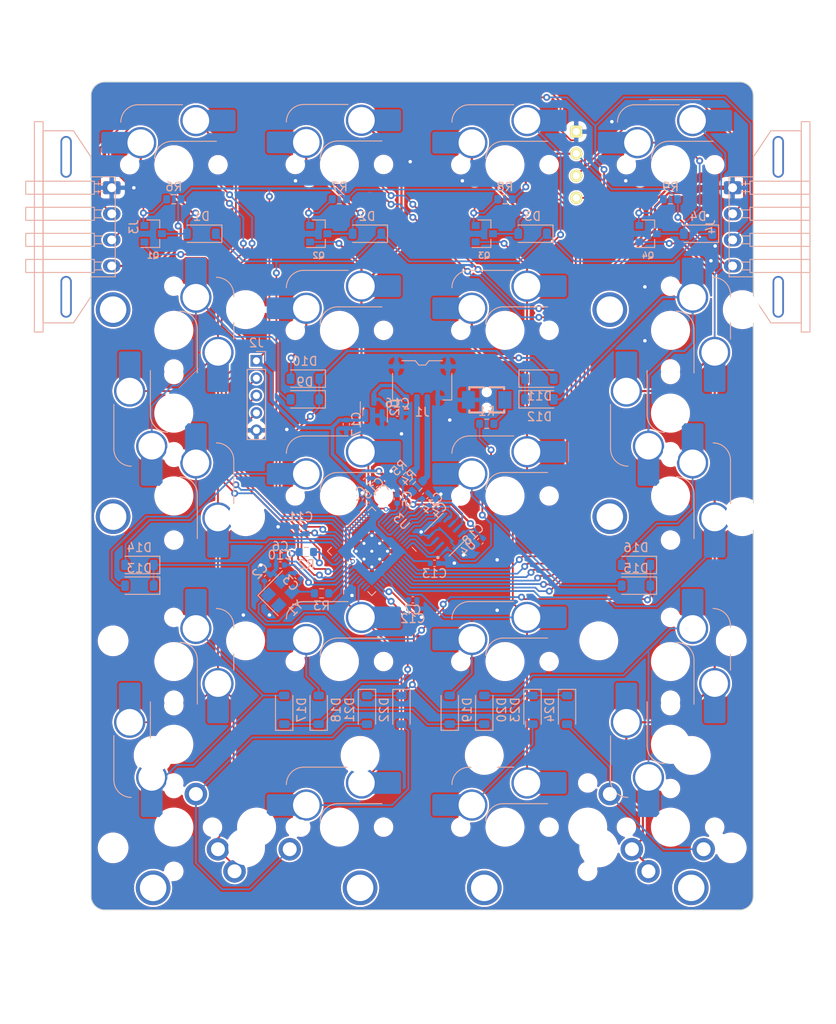
<source format=kicad_pcb>
(kicad_pcb (version 20221018) (generator pcbnew)
  (layers (0 "F.Cu" signal) (31 "B.Cu" signal) (34 "B.Paste" user) (35 "F.Paste" user) (36 "B.SilkS" user "B.Silkscreen") (37 "F.SilkS" user "F.Silkscreen") (38 "B.Mask" user) (39 "F.Mask" user) (44 "Edge.Cuts" user))
  (net 0 "")
  (net 1 "GND")
  (net 2 "+5V")
  (net 3 "Net-(D1-A)")
  (net 4 "Net-(D2-A)")
  (net 5 "Net-(D3-A)")
  (net 6 "Net-(D4-A)")
  (net 7 "+3V3")
  (net 8 "XTAL_IN")
  (net 9 "row2")
  (net 10 "+1V1")
  (net 11 "Net-(D9-A)")
  (net 12 "row0")
  (net 13 "Net-(D10-A)")
  (net 14 "Net-(D11-A)")
  (net 15 "Net-(D12-A)")
  (net 16 "Net-(D13-A)")
  (net 17 "row3")
  (net 18 "Net-(D14-A)")
  (net 19 "Net-(D15-A)")
  (net 20 "row4")
  (net 21 "Net-(D16-A)")
  (net 22 "Net-(D17-A)")
  (net 23 "Net-(D18-A)")
  (net 24 "row1")
  (net 25 "Net-(D19-A)")
  (net 26 "Net-(D20-A)")
  (net 27 "~{RESET}")
  (net 28 "SWD")
  (net 29 "SWCLK")
  (net 30 "/~{USB_BOOT}")
  (net 31 "CS")
  (net 32 "XTAL_OUT")
  (net 33 "D_P")
  (net 34 "/D_+")
  (net 35 "D_N")
  (net 36 "/D_-")
  (net 37 "col0")
  (net 38 "E1A")
  (net 39 "E1B")
  (net 40 "SDA")
  (net 41 "SCL")
  (net 42 "Net-(Q1-G)")
  (net 43 "E2A")
  (net 44 "E2B")
  (net 45 "col1")
  (net 46 "E3A")
  (net 47 "E3B")
  (net 48 "Net-(Q2-G)")
  (net 49 "E4A")
  (net 50 "E4B")
  (net 51 "SD1")
  (net 52 "SD2")
  (net 53 "SD0")
  (net 54 "QSPI_CLK")
  (net 55 "SD3")
  (net 56 "col2")
  (net 57 "Net-(Q3-G)")
  (net 58 "col3")
  (net 59 "Net-(Q4-G)")
  (net 60 "Net-(D21-A)")
  (net 61 "Net-(D22-A)")
  (net 62 "Net-(D23-A)")
  (net 63 "Net-(D24-A)")
  (net 77 "/XTAL_O")
  (footprint "Switch_Keyboard_Hotswap_Kailh:SW_Hotswap_Kailh_MX_plated_1.00u_Vias" (layer "F.Cu") (at 92.075 66.3575 -90)
    (fp_text reference "K9")
    (fp_text value "7")
  )
  (footprint "Switch_Keyboard_Hotswap_Kailh:SW_Hotswap_Millmax_1.00u" (layer "F.Cu") (at 92.075 123.5075 -90)
    (fp_text reference "KO-5")
    (fp_text value "OPT4")
  )
  (footprint "Switch_Keyboard_Hotswap_Kailh:SW_Hotswap_Kailh_MX_plated_1.00u_Vias" (layer "F.Cu") (at 149.225 104.4575 -90)
    (fp_text reference "KO-4")
    (fp_text value "OPT3")
  )
  (footprint "Switch_Keyboard_Hotswap_Kailh:SW_Hotswap_Millmax_1.00u" (layer "F.Cu") (at 149.225 123.5075 180)
    (fp_text reference "KO-6")
    (fp_text value "OPT6")
  )
  (footprint "Switch_Keyboard_Hotswap_Kailh:SW_Hotswap_Kailh_MX_plated_1.00u_Vias" (layer "F.Cu") (at 111.125 123.5075)
    (fp_text reference "K23")
    (fp_text value ".")
  )
  (footprint "Switch_Keyboard_Hotswap_Kailh:SW_Hotswap_Kailh_MX_plated_1.00u_Vias" (layer "F.Cu") (at 130.175 104.4575)
    (fp_text reference "K19")
    (fp_text value "3")
  )
  (footprint "Switch_Keyboard_Hotswap_Kailh:SW_Hotswap_Kailh_MX_plated_1.00u_Enc_Standalone" (layer "F.Cu") (at 111.125 47.27625)
    (fp_text reference "K2")
    (fp_text value "~")
  )
  (footprint "marbastlib-mx:STAB_MX_P_2u" (layer "F.Cu") (at 92.075 75.8825 90)
    (fp_text reference "S3" hide)
    (fp_text value "PlusL")
  )
  (footprint "Switch_Keyboard_Hotswap_Kailh:SW_Hotswap_Kailh_MX_plated_1.00u_Vias" (layer "F.Cu") (at 130.175 85.4075)
    (fp_text reference "K15")
    (fp_text value "6")
  )
  (footprint "Switch_Keyboard_Hotswap_Kailh:SW_Hotswap_Kailh_MX_plated_1.00u_Enc_Standalone" (layer "F.Cu") (at 130.175 47.3075)
    (fp_text reference "K3")
    (fp_text value "~")
  )
  (footprint "Switch_Keyboard_Hotswap_Kailh:SW_Hotswap_Kailh_MX_plated_1.00u_Vias" (layer "F.Cu") (at 149.225 85.4075 -90)
    (fp_text reference "K16")
    (fp_text value "OPT2")
  )
  (footprint "Switch_Keyboard_Hotswap_Kailh:SW_Hotswap_Kailh_MX_plated_1.00u_Vias" (layer "F.Cu") (at 111.125 104.4575)
    (fp_text reference "K18")
    (fp_text value "2")
  )
  (footprint "Switch_Keyboard_Hotswap_Kailh:SW_Hotswap_Kailh_MX_plated_1.00u_Vias" (layer "F.Cu") (at 149.225 75.8825 90)
    (fp_text reference "K12")
    (fp_text value "Right+")
  )
  (footprint "Switch_Keyboard_Hotswap_Kailh:SW_Hotswap_Kailh_MX_plated_1.00u_Vias" (layer "F.Cu") (at 149.225 66.3575 -90)
    (fp_text reference "KO-2")
    (fp_text value "OPT1")
  )
  (footprint "Switch_Keyboard_Hotswap_Kailh:SW_Hotswap_Kailh_MX_plated_1.00u_Enc_Standalone" (layer "F.Cu") (at 92.075 47.3075)
    (fp_text reference "K1")
    (fp_text value "~")
  )
  (footprint "Switch_Keyboard_Hotswap_Kailh:SW_Hotswap_Kailh_MX_plated_1.00u_Vias" (layer "F.Cu") (at 130.175 123.5075)
    (fp_text reference "K24")
    (fp_text value ".")
  )
  (footprint "marbastlib-mx:STAB_MX_P_2u" (layer "F.Cu") (at 101.6 123.5075 180)
    (fp_text reference "S6" hide)
    (fp_text value "ZeroL")
  )
  (footprint "Switch_Keyboard_Hotswap_Kailh:SW_Hotswap_Millmax_1.00u" (layer "F.Cu") (at 101.6 123.5075 180)
    (fp_text reference "K22")
    (fp_text value "LZero")
  )
  (footprint "Switch_Keyboard_Hotswap_Kailh:SW_Hotswap_Millmax_1.00u" (layer "F.Cu") (at 139.7 123.5075 -90)
    (fp_text reference "K25")
    (fp_text value "OPT5")
  )
  (footprint "Switch_Keyboard_Hotswap_Kailh:SW_Hotswap_Kailh_MX_plated_1.00u_Vias" (layer "F.Cu") (at 92.075 104.4575 -90)
    (fp_text reference "K17")
    (fp_text value "1")
  )
  (footprint "marbastlib-mx:STAB_MX_P_2u" (layer "F.Cu") (at 149.225 75.8825 90)
    (fp_text reference "S1" hide)
    (fp_text value "PlusR")
  )
  (footprint "Switch_Keyboard_Hotswap_Kailh:SW_Hotswap_Kailh_MX_plated_1.00u_Vias" (layer "F.Cu") (at 111.125 85.4075)
    (fp_text reference "K14")
    (fp_text value "5")
  )
  (footprint "Libraries:OLED_v2" (layer "F.Cu") (at 138.38 47.3075 90)
    (fp_text reference "P1")
    (fp_text value "OLED2" hide)
  )
  (footprint "Switch_Keyboard_Hotswap_Kailh:SW_Hotswap_Kailh_MX_plated_1.00u_Vias" (layer "F.Cu") (at 92.075 113.9825 90)
    (fp_text reference "KO-3")
    (fp_text value "LEnt")
  )
  (footprint "Switch_Keyboard_Hotswap_Kailh:SW_Hotswap_Kailh_MX_plated_1.00u_Vias" (layer "F.Cu") (at 130.175 66.3575)
    (fp_text reference "K11")
    (fp_text value "9")
  )
  (footprint "Switch_Keyboard_Hotswap_Kailh:SW_Hotswap_Kailh_MX_plated_1.00u_Enc_Standalone" (layer "F.Cu") (at 149.225 47.3075)
    (fp_text reference "K4")
    (fp_text value "~")
  )
  (footprint "Extra-components:1x04_3.00mm_Magnetic Pogo_Male" (layer "F.Cu") (at 84.93125 54.45125)
    (fp_text reference "J3")
    (fp_text value "MalePogo")
  )
  (footprint "marbastlib-mx:STAB_MX_2u" (layer "F.Cu") (at 149.225 113.9825 -90)
    (fp_text reference "S2" hide)
    (fp_text value "EnterR")
  )
  (footprint "Switch_Keyboard_Hotswap_Kailh:SW_Hotswap_Kailh_MX_plated_1.00u_Vias" (layer "F.Cu") (at 149.225 113.9825 90)
    (fp_text reference "K20")
    (fp_text value "REnt")
  )
  (footprint "marbastlib-mx:STAB_MX_2u" (layer "F.Cu") (at 92.075 113.9825 90)
    (fp_text reference "S4" hide)
    (fp_text value "EnterL")
  )
  (footprint "Switch_Keyboard_Hotswap_Kailh:SW_Hotswap_Kailh_MX_plated_1.00u_Vias" (layer "F.Cu") (at 92.075 75.8825 90)
    (fp_text reference "KO-1")
    (fp_text value "Left+")
  )
  (footprint "marbastlib-mx:STAB_MX_P_2u" (layer "F.Cu") (at 139.7 123.5075 180)
    (fp_text reference "S5" hide)
    (fp_text value "ZeroR")
  )
  (footprint "Switch_Keyboard_Hotswap_Kailh:SW_Hotswap_Kailh_MX_plated_1.00u_Vias" (layer "F.Cu") (at 111.125 66.3575)
    (fp_text reference "K10")
    (fp_text value "8")
  )
  (footprint "Switch_Keyboard_Hotswap_Kailh:SW_Hotswap_Kailh_MX_plated_1.00u_Vias" (layer "F.Cu") (at 92.075 85.4075 -90)
    (fp_text reference "K13")
    (fp_text value "4")
  )
  (footprint "Extra-components:1x04_3.00mm_Magnetic Pogo_Female" (layer "F.Cu") (at 156.36875 54.45125)
    (fp_text reference "J4")
    (fp_text value "FemalePogo")
  )
  (footprint "Crystal:Crystal_SMD_3225-4Pin_3.2x2.5mm" (layer "B.Cu") (at 104.325 96.6075 45)
    (fp_text reference "Y1")
    (fp_text value "12MHz")
  )
  (footprint "Capacitor_SMD:C_0402_1005Metric" (layer "B.Cu") (at 119.575 97.3575)
    (fp_text reference "C7")
    (fp_text value "10uF")
  )
  (footprint "marbastlib-various:SW_C843666" (layer "B.Cu") (at 128.075 74.3575)
    (fp_text reference "SW5" hide)
    (fp_text value "SW_Push")
  )
  (footprint "Diode_SMD:D_SOD-123" (layer "B.Cu") (at 134.14375 71.91375)
    (fp_text reference "D11")
    (fp_text value "1N4148W")
  )
  (footprint "Keebio-Parts:SOT-23" (layer "B.Cu") (at 127.79375 55.245)
    (fp_text reference "Q3")
    (fp_text value "PMOS")
  )
  (footprint "Diode_SMD:D_SOD-123" (layer "B.Cu") (at 134.14375 74.295)
    (fp_text reference "D12")
    (fp_text value "1N4148W")
  )
  (footprint "Diode_SMD:D_SOD-123" (layer "B.Cu") (at 88.10625 95.72625 180)
    (fp_text reference "D13")
    (fp_text value "1N4148W")
  )
  (footprint "Keebio-Parts:SOT-23" (layer "B.Cu") (at 89.69375 55.245)
    (fp_text reference "Q1")
    (fp_text value "PMOS")
  )
  (footprint "Resistor_SMD:R_0603_1608Metric" (layer "B.Cu") (at 111.125 51.27625 180)
    (fp_text reference "R7")
    (fp_text value "1k")
  )
  (footprint "Capacitor_SMD:C_0402_1005Metric" (layer "B.Cu") (at 122.075 93.1575)
    (fp_text reference "C13")
    (fp_text value "100nF")
  )
  (footprint "Resistor_SMD:R_0603_1608Metric" (layer "B.Cu") (at 109.075 96.6075)
    (fp_text reference "R3")
    (fp_text value "1k")
  )
  (footprint "Diode_SMD:D_SOD-123" (layer "B.Cu") (at 107.15625 74.295 180)
    (fp_text reference "D9")
    (fp_text value "1N4148W")
  )
  (footprint "Resistor_SMD:R_0603_1608Metric" (layer "B.Cu") (at 149.225 51.27625 180)
    (fp_text reference "R9")
    (fp_text value "1k")
  )
  (footprint "Capacitor_SMD:C_0402_1005Metric" (layer "B.Cu") (at 104.325 93.3575 180)
    (fp_text reference "C10")
    (fp_text value "100nF")
  )
  (footprint "Diode_SMD:D_SOD-123" (layer "B.Cu") (at 107.15625 71.91375 180)
    (fp_text reference "D10")
    (fp_text value "1N4148W")
  )
  (footprint "Resistor_SMD:R_0603_1608Metric" (layer "B.Cu") (at 130.175 51.27625 180)
    (fp_text reference "R8")
    (fp_text value "1k")
  )
  (footprint "Resistor_SMD:R_0603_1608Metric" (layer "B.Cu") (at 107.325 91.8575)
    (fp_text reference "R2")
    (fp_text value "R_Small")
  )
  (footprint "Diode_SMD:D_SOD-123" (layer "B.Cu") (at 88.10625 93.345 180)
    (fp_text reference "D14")
    (fp_text value "1N4148W")
  )
  (footprint "Resistor_SMD:R_0603_1608Metric" (layer "B.Cu") (at 128.075 77.1075 180)
    (fp_text reference "R1")
    (fp_text value "1k")
  )
  (footprint "Diode_SMD:D_SOD-123" (layer "B.Cu") (at 137.31875 110.01375 -90)
    (fp_text reference "D24")
    (fp_text value "1N4148W")
  )
  (footprint "Diode_SMD:D_SOD-123" (layer "B.Cu") (at 114.3 110.01375 -90)
    (fp_text reference "D21")
    (fp_text value "1N4148W")
  )
  (footprint "Sleep-footprints:RP2040-QFN-56" (layer "B.Cu") (at 114.855964 91.768573 135)
    (fp_text reference "U3")
    (fp_text value "RP2040")
  )
  (footprint "Diode_SMD:D_SOD-123" (layer "B.Cu") (at 145.25625 93.345 180)
    (fp_text reference "D16")
    (fp_text value "1N4148W")
  )
  (footprint "Keebio-Parts:SOT-23" (layer "B.Cu") (at 146.6375 55.245)
    (fp_text reference "Q4")
    (fp_text value "PMOS")
  )
  (footprint "Diode_SMD:D_SOD-123" (layer "B.Cu") (at 104.775 110.01375 90)
    (fp_text reference "D17")
    (fp_text value "1N4148W")
  )
  (footprint "Connector_PinHeader_2.00mm:PinHeader_1x05_P2.00mm_Vertical" (layer "B.Cu") (at 101.575 69.8575 180)
    (fp_text reference "J2")
    (fp_text value "Conn_01x05")
  )
  (footprint "Capacitor_SMD:C_0402_1005Metric" (layer "B.Cu") (at 117.78875 75.8825 180)
    (fp_text reference "C16")
    (fp_text value "1uF")
  )
  (footprint "Capacitor_SMD:C_0402_1005Metric" (layer "B.Cu") (at 114.2 83.7 45)
    (fp_text reference "C15")
    (fp_text value "100nF")
  )
  (footprint "Diode_SMD:D_SOD-123" (layer "B.Cu") (at 118.26875 110.01375 -90)
    (fp_text reference "D22")
    (fp_text value "1N4148W")
  )
  (footprint "Resistor_SMD:R_0603_1608Metric" (layer "B.Cu") (at 92.075 51.27625 180)
    (fp_text reference "R6")
    (fp_text value "1k")
  )
  (footprint "Capacitor_SMD:C_0402_1005Metric" (layer "B.Cu") (at 121.8 86.2 45)
    (fp_text reference "C4")
    (fp_text value "1uF")
  )
  (footprint "Capacitor_SMD:C_0402_1005Metric" (layer "B.Cu") (at 115.2 84.1 45)
    (fp_text reference "C8")
    (fp_text value "1uF")
  )
  (footprint "Diode_SMD:D_SOD-123" (layer "B.Cu") (at 152.4 55.245 180)
    (fp_text reference "D4")
    (fp_text value "1N4148W")
  )
  (footprint "Capacitor_SMD:C_0402_1005Metric" (layer "B.Cu") (at 117.775 85.7575 90)
    (fp_text reference "C5")
    (fp_text value "100nF")
  )
  (footprint "Capacitor_SMD:C_0402_1005Metric" (layer "B.Cu") (at 106.675 88.9575 180)
    (fp_text reference "C11")
    (fp_text value "100nF")
  )
  (footprint "Diode_SMD:D_SOD-123" (layer "B.Cu") (at 95.25 55.245 180)
    (fp_text reference "D1")
    (fp_text value "1N4148W")
  )
  (footprint "Capacitor_SMD:C_0402_1005Metric" (layer "B.Cu") (at 121 85.4 45)
    (fp_text reference "C14")
    (fp_text value "100nF")
  )
  (footprint "Diode_SMD:D_SOD-123" (layer "B.Cu") (at 114.3 55.245 180)
    (fp_text reference "D2")
    (fp_text value "1N4148W")
  )
  (footprint "Extra-components:SON80P400X300X60-10N" (layer "B.Cu") (at 123.4 89.8575 45)
    (fp_text reference "U4")
    (fp_text value "W25Q32JVUUIQ")
  )
  (footprint "Capacitor_SMD:C_0402_1005Metric" (layer "B.Cu") (at 111.91875 77.15625 90)
    (fp_text reference "C17")
    (fp_text value "1uF")
  )
  (footprint "Keebio-Parts:SOT-23" (layer "B.Cu") (at 108.74375 55.245)
    (fp_text reference "Q2")
    (fp_text value "PMOS")
  )
  (footprint "Capacitor_SMD:C_0402_1005Metric" (layer "B.Cu") (at 104.325 92.3575 180)
    (fp_text reference "C6")
    (fp_text value "100nF")
  )
  (footprint "Connector_JST:JST_ACH_BM04B-ACHSS-A-GAN-ETF_1x04-1MP_P1.20mm_Vertical" (layer "B.Cu") (at 120.65 72.263)
    (fp_text reference "J1")
    (fp_text value "78171-0004")
  )
  (footprint "Capacitor_SMD:C_0402_1005Metric" (layer "B.Cu") (at 119.575 98.3575)
    (fp_text reference "C12")
    (fp_text value "100nF")
  )
  (footprint "Capacitor_SMD:C_0402_1005Metric" (layer "B.Cu") (at 106.325 94.6075 -45)
    (fp_text reference "C3")
    (fp_text value "22pF")
  )
  (footprint "Resistor_SMD:R_0603_1608Metric" (layer "B.Cu") (at 120.1 84.3 -135)
    (fp_text reference "R4")
    (fp_text value "22R")
  )
  (footprint "Capacitor_SMD:C_0402_1005Metric" (layer "B.Cu") (at 102.825 94.8575 -135)
    (fp_text reference "C2")
    (fp_text value "22pF")
  )
  (footprint "Diode_SMD:D_SOD-123" (layer "B.Cu") (at 145.25625 95.72625 180)
    (fp_text reference "D15")
    (fp_text value "1N4148W")
  )
  (footprint "Resistor_SMD:R_0603_1608Metric" (layer "B.Cu") (at 119 83.2 -135)
    (fp_text reference "R5")
    (fp_text value "22R")
  )
  (footprint "Capacitor_SMD:C_0402_1005Metric" (layer "B.Cu") (at 114.1 86 -135)
    (fp_text reference "C9")
    (fp_text value "100nF")
  )
  (footprint "Diode_SMD:D_SOD-123" (layer "B.Cu") (at 108.74375 110.01375 90)
    (fp_text reference "D18")
    (fp_text value "1N4148W")
  )
  (footprint "Diode_SMD:D_SOD-123" (layer "B.Cu") (at 133.35 110.01375 -90)
    (fp_text reference "D23")
    (fp_text value "1N4148W")
  )
  (footprint "Diode_SMD:D_SOD-123" (layer "B.Cu") (at 127.79375 110.01375 90)
    (fp_text reference "D20")
    (fp_text value "1N4148W")
  )
  (footprint "Diode_SMD:D_SOD-123" (layer "B.Cu") (at 123.825 110.01375 90)
    (fp_text reference "D19")
    (fp_text value "1N4148W")
  )
  (footprint "Capacitor_SMD:C_0402_1005Metric" (layer "B.Cu") (at 127.339411 90.624339 -135)
    (fp_text reference "C18")
    (fp_text value "100nF")
  )
  (footprint "Package_TO_SOT_SMD:SOT-23" (layer "B.Cu") (at 115.09375 75.2325 90)
    (fp_text reference "U2")
    (fp_text value "XC6206PxxxMR-Regulator_Linear")
  )
  (footprint "Diode_SMD:D_SOD-123" (layer "B.Cu") (at 133.35 55.245 180)
    (fp_text reference "D3")
    (fp_text value "1N4148W")
  )
  (gr_arc (start 158.75 131.445) (mid 158.285032 132.567532) (end 157.1625 133.0325) (stroke (width 0.1)) (layer "Edge.Cuts"))
  (gr_arc (start 157.1625 37.7825) (mid 158.285032 38.247468) (end 158.75 39.37) (stroke (width 0.1)) (layer "Edge.Cuts"))
  (gr_line (start 84.1375 133.0325) (end 157.1625 133.0325) (stroke (width 0.1)) (layer "Edge.Cuts"))
  (gr_line (start 157.1625 37.7825) (end 84.1375 37.7825) (stroke (width 0.1)) (layer "Edge.Cuts"))
  (gr_line (start 158.75 131.445) (end 158.75 39.37) (stroke (width 0.1)) (layer "Edge.Cuts"))
  (gr_line (start 82.55 39.37) (end 82.55 131.445) (stroke (width 0.1)) (layer "Edge.Cuts"))
  (gr_arc (start 82.55 39.37) (mid 83.014968 38.247468) (end 84.1375 37.7825) (stroke (width 0.1)) (layer "Edge.Cuts"))
  (gr_arc (start 84.1375 133.0325) (mid 83.014968 132.567532) (end 82.55 131.445) (stroke (width 0.1)) (layer "Edge.Cuts"))
  (segment (start 100.075 99.1075) (end 103.075 99.1075) (width 0.2) (layer "F.Cu") (net 1))
  (segment (start 153.475 53.1575) (end 154.35925 54.04175) (width 0.2) (layer "F.Cu") (net 1))
  (segment (start 88.575 48.8575) (end 87.475 49.9575) (width 0.2) (layer "F.Cu") (net 1))
  (segment (start 149.775 52.6575) (end 152.975 52.6575) (width 0.2) (layer "F.Cu") (net 1))
  (segment (start 146.275 61.3575) (end 147.875 59.7575) (width 0.2) (layer "F.Cu") (net 1))
  (segment (start 138.38 43.4975) (end 141.335 43.4975) (width 0.2) (layer "F.Cu") (net 1))
  (segment (start 147.875 59.7575) (end 147.875 54.5575) (width 0.2) (layer "F.Cu") (net 1))
  (segment (start 141.335 43.4975) (end 142.475 42.3575) (width 0.2) (layer "F.Cu") (net 1))
  (segment (start 106.45625 48.77625) (end 106.075 49.1575) (width 0.2) (layer "F.Cu") (net 1))
  (segment (start 125.625 48.8075) (end 125.275 49.1575) (width 0.2) (layer "F.Cu") (net 1))
  (segment (start 152.975 52.6575) (end 153.475 53.1575) (width 0.2) (layer "F.Cu") (net 1))
  (segment (start 107.625 48.77625) (end 106.45625 48.77625) (width 0.2) (layer "F.Cu") (net 1))
  (segment (start 129.275 92.7575) (end 129.275 98.5575) (width 0.2) (layer "F.Cu") (net 1))
  (segment (start 145.725 48.8075) (end 144.425 48.8075) (width 0.2) (layer "F.Cu") (net 1))
  (segment (start 126.675 48.8075) (end 125.625 48.8075) (width 0.2) (layer "F.Cu") (net 1))
  (segment (start 147.875 54.5575) (end 149.775 52.6575) (width 0.2) (layer "F.Cu") (net 1))
  (segment (start 144.425 48.8075) (end 144.075 49.1575) (width 0.2) (layer "F.Cu") (net 1))
  (segment (start 154.35925 54.04175) (end 154.35925 56.652507) (width 0.2) (layer "F.Cu") (net 1))
  (via (at 144.075 49.1575) (size 0.8) (drill 0.4) (layers "F.Cu" "B.Cu") (net 1))
  (via (at 146.275 67.5575) (size 0.8) (drill 0.4) (layers "F.Cu" "B.Cu") (net 1))
  (via (at 142.475 42.3575) (size 0.8) (drill 0.4) (layers "F.Cu" "B.Cu") (net 1))
  (via (at 120.536341 89.547098) (size 0.8) (drill 0.4) (layers "F.Cu" "B.Cu") (net 1))
  (via (at 125.4 92.2) (size 0.8) (drill 0.4) (layers "F.Cu" "B.Cu") (net 1))
  (via (at 87.475 49.9575) (size 0.8) (drill 0.4) (layers "F.Cu" "B.Cu") (net 1))
  (via (at 124.351628 93.134128) (size 0.8) (drill 0.4) (layers "F.Cu" "B.Cu") (net 1))
  (via (at 118.26875 78.26375) (size 0.8) (drill 0.4) (layers "F.Cu" "B.Cu") (net 1))
  (via (at 146.275 61.3575) (size 0.8) (drill 0.4) (layers "F.Cu" "B.Cu") (net 1))
  (via (at 100.075 99.1075) (size 0.8) (drill 0.4) (layers "F.Cu" "B.Cu") (net 1))
  (via (at 106.075 49.1575) (size 0.8) (drill 0.4) (layers "F.Cu" "B.Cu") (net 1))
  (via (at 120.575 99.3575) (size 0.8) (drill 0.4) (layers "F.Cu" "B.Cu") (net 1))
  (via (at 129.275 98.5575) (size 0.8) (drill 0.4) (layers "F.Cu" "B.Cu") (net 1))
  (via (at 119.275 46.9575) (size 0.8) (drill 0.4) (layers "F.Cu" "B.Cu") (net 1))
  (via (at 153.475 53.1575) (size 0.8) (drill 0.4) (layers "F.Cu" "B.Cu") (net 1))
  (via (at 112.575 96.8575) (size 0.8) (drill 0.4) (layers "F.Cu" "B.Cu") (net 1))
  (via (at 104.075 88.9575) (size 0.8) (drill 0.4) (layers "F.Cu" "B.Cu") (net 1))
  (via (at 154.35925 56.652507) (size 0.8) (drill 0.4) (layers "F.Cu" "B.Cu") (net 1))
  (via (at 129.275 92.7575) (size 0.8) (drill 0.4) (layers "F.Cu" "B.Cu") (net 1))
  (via (at 122.8 85.2) (size 0.8) (drill 0.4) (layers "F.Cu" "B.Cu") (net 1))
  (via (at 153.875 58.3575) (size 0.8) (drill 0.4) (layers "F.Cu" "B.Cu") (net 1))
  (via (at 113.755012 85.05876) (size 0.8) (drill 0.4) (layers "F.Cu" "B.Cu") (net 1))
  (via (at 105.075 77.7575) (size 0.8) (drill 0.4) (layers "F.Cu" "B.Cu") (net 1))
  (via (at 123.825 76.67625) (size 0.8) (drill 0.4) (layers "F.Cu" "B.Cu") (net 1))
  (via (at 103.075 99.1075) (size 0.8) (drill 0.4) (layers "F.Cu" "B.Cu") (net 1))
  (via (at 117.075 82.5575) (size 0.8) (drill 0.4) (layers "F.Cu" "B.Cu") (net 1))
  (via (at 102.075 93.3575) (size 0.8) (drill 0.4) (layers "F.Cu" "B.Cu") (net 1))
  (via (at 125.275 49.1575) (size 0.8) (drill 0.4) (layers "F.Cu" "B.Cu") (net 1))
  (segment (start 115.139411 83.360589) (end 115.539411 83.760589) (width 0.4) (layer "B.Cu") (net 1))
  (segment (start 117.96875 76.97625) (end 118.26875 77.27625) (width 0.4) (layer "B.Cu") (net 1))
  (segment (start 124.328256 93.1575) (end 122.555 93.1575) (width 0.2) (layer "B.Cu") (net 1))
  (segment (start 123.965685 90.423185) (end 123.965685 90.765685) (width 0.2) (layer "B.Cu") (net 1))
  (segment (start 104.075 88.9575) (end 106.195 88.9575) (width 0.2) (layer "B.Cu") (net 1))
  (segment (start 114.539411 83.360589) (end 115.139411 83.360589) (width 0.4) (layer "B.Cu") (net 1))
  (segment (start 116.04375 76.17) (end 116.85 76.97625) (width 0.4) (layer "B.Cu") (net 1))
  (segment (start 117.775 84.875) (end 117.775 85.2775) (width 0.2) (layer "B.Cu") (net 1))
  (segment (start 116.04375 76.17) (end 116.04375 77.31375) (width 0.4) (layer "B.Cu") (net 1))
  (segment (start 120.575 99.3575) (end 120.055 98.8375) (width 0.2) (layer "B.Cu") (net 1))
  (segment (start 117.075 84.175) (end 117.775 84.875) (width 0.2) (layer "B.Cu") (net 1))
  (segment (start 125.76375 92.2) (end 125.4 92.2) (width 0.2) (layer "B.Cu") (net 1))
  (segment (start 113.760589 86.339411) (end 113.760589 85.064337) (width 0.2) (layer "B.Cu") (net 1))
  (segment (start 121.600413 89.96003) (end 120.949273 89.96003) (width 0.2) (layer "B.Cu") (net 1))
  (segment (start 104.501777 95.228642) (end 103.575 94.301865) (width 0.4) (layer "B.Cu") (net 1))
  (segment (start 127 90.96375) (end 125.76375 92.2) (width 0.2) (layer "B.Cu") (net 1))
  (segment (start 122.268628 89.291815) (end 121.600413 89.96003) (width 0.2) (layer "B.Cu") (net 1))
  (segment (start 122.45 75.30125) (end 123.825 76.67625) (width 0.4) (layer "B.Cu") (net 1))
  (segment (start 104.148223 98.034277) (end 103.075 99.1075) (width 0.2) (layer "B.Cu") (net 1))
  (segment (start 120.055 98.8375) (end 120.055 98.3575) (width 0.2) (layer "B.Cu") (net 1))
  (segment (start 120.055 97.3575) (end 120.055 98.3575) (width 0.2) (layer "B.Cu") (net 1))
  (segment (start 105.075 77.7575) (end 104.975 77.8575) (width 0.4) (layer "B.Cu") (net 1))
  (segment (start 154.35925 57.87325) (end 153.875 58.3575) (width 0.2) (layer "B.Cu") (net 1))
  (segment (start 121.339411 85.060589) (end 122.139411 85.860589) (width 0.2) (layer "B.Cu") (net 1))
  (segment (start 111.91875 77.63625) (end 115.72125 77.63625) (width 0.4) (layer "B.Cu") (net 1))
  (segment (start 118.26875 77.27625) (end 118.26875 78.26375) (width 0.4) (layer "B.Cu") (net 1))
  (segment (start 104.975 77.8575) (end 101.575 77.8575) (width 0.4) (layer "B.Cu") (net 1))
  (segment (start 117.075 82.5575) (end 115.871911 83.760589) (width 0.4) (layer "B.Cu") (net 1))
  (segment (start 103.164411 94.518089) (end 103.575 94.1075) (width 0.4) (layer "B.Cu") (net 1))
  (segment (start 122.139411 85.860589) (end 122.8 85.2) (width 0.4) (layer "B.Cu") (net 1))
  (segment (start 116.85 76.97625) (end 117.96875 76.97625) (width 0.4) (layer "B.Cu") (net 1))
  (segment (start 103.164411 94.446911) (end 102.075 93.3575) (width 0.4) (layer "B.Cu") (net 1))
  (segment (start 103.575 94.301865) (end 103.575 94.1075) (width 0.4) (layer "B.Cu") (net 1))
  (segment (start 113.132391 94.906359) (end 112.575 95.463752) (width 0.2) (layer "B.Cu") (net 1))
  (segment (start 123.965685 90.423185) (end 122.834315 89.291815) (width 0.2) (layer "B.Cu") (net 1))
  (segment (start 103.845 93.8375) (end 103.845 93.3575) (width 0.4) (layer "B.Cu") (net 1))
  (segment (start 103.575 94.1075) (end 103.845 93.8375) (width 0.4) (layer "B.Cu") (net 1))
  (segment (start 122.45 74.138) (end 122.45 75.30125) (width 0.4) (layer "B.Cu") (net 1))
  (segment (start 105.46233 94.268089) (end 104.501777 95.228642) (width 0.4) (layer "B.Cu") (net 1))
  (segment (start 118.26875 76.67625) (end 118.26875 75.8825) (width 0.4) (layer "B.Cu") (net 1))
  (segment (start 123.965685 90.765685) (end 125.4 92.2) (width 0.2) (layer "B.Cu") (net 1))
  (segment (start 105.985589 94.268089) (end 105.46233 94.268089) (width 0.4) (layer "B.Cu") (net 1))
  (segment (start 117.075 82.5575) (end 117.075 84.175) (width 0.2) (layer "B.Cu") (net 1))
  (segment (start 117.96875 76.97625) (end 118.26875 76.67625) (width 0.4) (layer "B.Cu") (net 1))
  (segment (start 87.475 49.9575) (end 84.9375 49.9575) (width 0.2) (layer "B.Cu") (net 1))
  (segment (start 124.351628 93.134128) (end 124.328256 93.1575) (width 0.2) (layer "B.Cu") (net 1))
  (segment (start 122.834315 89.291815) (end 122.268628 89.291815) (width 0.2) (layer "B.Cu") (net 1))
  (segment (start 113.760589 85.064337) (end 113.755012 85.05876) (width 0.2) (layer "B.Cu") (net 1))
  (segment (start 112.575 95.463752) (end 112.575 96.8575) (width 0.2) (layer "B.Cu") (net 1))
  (segment (start 120.949273 89.96003) (end 120.536341 89.547098) (width 0.2) (layer "B.Cu") (net 1))
  (segment (start 115.871911 83.760589) (end 115.539411 83.760589) (width 0.4) (layer "B.Cu") (net 1))
  (segment (start 116.04375 77.31375) (end 115.72125 77.63625) (width 0.4) (layer "B.Cu") (net 1))
  (segment (start 103.845 93.3575) (end 103.845 92.3575) (width 0.4) (layer "B.Cu") (net 1))
  (segment (start 154.35925 56.652507) (end 154.35925 57.87325) (width 0.2) (layer "B.Cu") (net 1))
  (segment (start 117.4195 72.7075) (end 115.8875 72.7075) (width 0.4) (layer "B.Cu") (net 2))
  (segment (start 115.8875 72.7075) (end 115.09375 73.50125) (width 0.4) (layer "B.Cu") (net 2))
  (segment (start 117.30875 75.8825) (end 115.72125 74.295) (width 0.4) (layer "B.Cu") (net 2))
  (segment (start 118.85 74.138) (end 117.4195 72.7075) (width 0.4) (layer "B.Cu") (net 2))
  (segment (start 115.72125 74.295) (end 115.09375 74.295) (width 0.4) (layer "B.Cu") (net 2))
  (segment (start 115.09375 73.50125) (end 115.09375 74.295) (width 0.4) (layer "B.Cu") (net 2))
  (segment (start 88.265 44.7675) (end 88.265 46.856257) (width 0.25) (layer "F.Cu") (net 3))
  (segment (start 88.265 46.856257) (end 94.266243 52.8575) (width 0.25) (layer "F.Cu") (net 3))
  (segment (start 94.266243 52.8575) (end 94.575 52.8575) (width 0.25) (layer "F.Cu") (net 3))
  (via (at 94.575 52.8575) (size 0.8) (drill 0.4) (layers "F.Cu" "B.Cu") (net 3))
  (segment (start 94.51875 52.80125) (end 94.575 52.8575) (width 0.25) (layer "B.Cu") (net 3))
  (segment (start 90.69375 55.245) (end 93.6 55.245) (width 0.2) (layer "B.Cu") (net 3))
  (segment (start 93.6 53.72) (end 94.51875 52.80125) (width 0.25) (layer "B.Cu") (net 3))
  (segment (start 93.6 55.245) (end 93.6 53.72) (width 0.25) (layer "B.Cu") (net 3))
  (segment (start 113.316243 52.82625) (end 113.54375 52.82625) (width 0.25) (layer "F.Cu") (net 4))
  (segment (start 107.315 46.825007) (end 113.316243 52.82625) (width 0.25) (layer "F.Cu") (net 4))
  (segment (start 107.315 44.73625) (end 107.315 46.825007) (width 0.25) (layer "F.Cu") (net 4))
  (via (at 113.54375 52.82625) (size 0.8) (drill 0.4) (layers "F.Cu" "B.Cu") (net 4))
  (segment (start 113.54375 52.82625) (end 112.65 53.72) (width 0.2) (layer "B.Cu") (net 4))
  (segment (start 112.65 53.72) (end 112.65 55.245) (width 0.2) (layer "B.Cu") (net 4))
  (segment (start 109.74375 55.245) (end 112.65 55.245) (width 0.2) (layer "B.Cu") (net 4))
  (segment (start 126.365 47.1475) (end 132.06875 52.85125) (width 0.25) (layer "F.Cu") (net 5))
  (segment (start 132.06875 52.85125) (end 132.56875 52.85125) (width 0.25) (layer "F.Cu") (net 5))
  (segment (start 126.365 44.7675) (end 126.365 47.1475) (width 0.25) (layer "F.Cu") (net 5))
  (via (at 132.56875 52.85125) (size 0.8) (drill 0.4) (layers "F.Cu" "B.Cu") (net 5))
  (segment (start 131.7 53.72) (end 132.56875 52.85125) (width 0.25) (layer "B.Cu") (net 5))
  (segment (start 131.7 55.245) (end 131.7 53.72) (width 0.25) (layer "B.Cu") (net 5))
  (segment (start 131.7 55.245) (end 128.79375 55.245) (width 0.2) (layer "B.Cu") (net 5))
  (segment (start 152.575 46.8575) (end 150.485 44.7675) (width 0.2) (layer "F.Cu") (net 6))
  (segment (start 150.485 44.7675) (end 145.415 44.7675) (width 0.2) (layer "F.Cu") (net 6))
  (via (at 152.575 46.8575) (size 0.8) (drill 0.4) (layers "F.Cu" "B.Cu") (net 6))
  (segment (start 152.575 52.345) (end 150.8125 54.1075) (width 0.2) (layer "B.Cu") (net 6))
  (segment (start 147.6375 55.245) (end 150.75 55.245) (width 0.2) (layer "B.Cu") (net 6))
  (segment (start 152.575 46.8575) (end 152.575 52.345) (width 0.2) (layer "B.Cu") (net 6))
  (segment (start 150.8125 54.1075) (end 150.8125 55.1825) (width 0.25) (layer "B.Cu") (net 6))
  (segment (start 155.66875 58.95125) (end 150.075 53.3575) (width 0.2) (layer "F.Cu") (net 7))
  (segment (start 92.575 54.3575) (end 92.86875 54.65125) (width 0.25) (layer "F.Cu") (net 7))
  (segment (start 119.5175 86.4) (end 119.6 86.4) (width 0.4) (layer "F.Cu") (net 7))
  (segment (start 124.02375 86.4) (end 126.20625 88.5825) (width 0.25) (layer "F.Cu") (net 7))
  (segment (start 103.075 68.3575) (end 103.075 50.9575) (width 0.2) (layer "F.Cu") (net 7))
  (segment (start 105.668638 93.201138) (end 105.668638 92.035155) (width 0.2) (layer "F.Cu") (net 7))
  (segment (start 134.757233 46.0375) (end 138.38 46.0375) (width 0.25) (layer "F.Cu") (net 7))
  (segment (start 92.86875 56.03875) (end 89.95625 58.95125) (width 0.25) (layer "F.Cu") (net 7))
  (segment (start 107.575 95.1075) (end 105.668638 93.201138) (width 0.2) (layer "F.Cu") (net 7))
  (segment (start 115.675 82.5575) (end 119.5175 86.4) (width 0.4) (layer "F.Cu") (net 7))
  (segment (start 92.86875 54.65125) (end 92.86875 56.03875) (width 0.25) (layer "F.Cu") (net 7))
  (segment (start 101.575 69.8575) (end 103.075 68.3575) (width 0.2) (layer "F.Cu") (net 7))
  (segment (start 107.575 95.3575) (end 107.575 95.1075) (width 0.2) (layer "F.Cu") (net 7))
  (segment (start 132.575 49.8575) (end 132.575 48.219733) (width 0.25) (layer "F.Cu") (net 7))
  (segment (start 132.575 48.219733) (end 134.757233 46.0375) (width 0.25) (layer "F.Cu") (net 7))
  (segment (start 119.6 86.4) (end 124.02375 86.4) (width 0.25) (layer "F.Cu") (net 7))
  (segment (start 89.95625 58.95125) (end 84.93125 58.95125) (width 0.25) (layer "F.Cu") (net 7))
  (via (at 105.668638 92.035155) (size 0.8) (drill 0.4) (layers "F.Cu" "B.Cu") (net 7))
  (via (at 119.6 86.4) (size 0.8) (drill 0.4) (layers "F.Cu" "B.Cu") (net 7))
  (via (at 103.075 50.9575) (size 0.8) (drill 0.4) (layers "F.Cu" "B.Cu") (net 7))
  (via (at 92.575 54.3575) (size 0.8) (drill 0.4) (layers "F.Cu" "B.Cu") (net 7))
  (via (at 126.20625 88.5825) (size 0.8) (drill 0.4) (layers "F.Cu" "B.Cu") (net 7))
  (via (at 150.075 53.3575) (size 0.8) (drill 0.4) (layers "F.Cu" "B.Cu") (net 7))
  (via (at 107.575 95.3575) (size 0.8) (drill 0.4) (layers "F.Cu" "B.Cu") (net 7))
  (via (at 115.675 82.5575) (size 0.8) (drill 0.4) (layers "F.Cu" "B.Cu") (net 7))
  (via (at 132.575 49.8575) (size 0.8) (drill 0.4) (layers "F.Cu" "B.Cu") (net 7))
  (segment (start 119.081106 87.260589) (end 119.639411 87.260589) (width 0.2) (layer "B.Cu") (net 7))
  (segment (start 107.825 95.6075) (end 110.734194 95.6075) (width 0.2) (layer "B.Cu") (net 7))
  (segment (start 105.668638 92.035155) (end 105.846293 91.8575) (width 0.2) (layer "B.Cu") (net 7))
  (segment (start 111.718178 90.045) (end 110.230678 88.5575) (width 0.2) (layer "B.Cu") (net 7))
  (segment (start 116 94.326822) (end 116 94.3) (width 0.2) (layer "B.Cu") (net 7))
  (segment (start 150.075 53.3575) (end 150.075 51.30125) (width 0.2) (layer "B.Cu") (net 7))
  (segment (start 125.47753 89.75497) (end 125.875 89.3575) (width 0.2) (layer "B.Cu") (net 7))
  (segment (start 113.1 83.4) (end 110.33125 80.63125) (width 0.4) (layer "B.Cu") (net 7))
  (segment (start 119.160775 92.360775) (end 119.7 92.9) (width 0.2) (layer "B.Cu") (net 7))
  (segment (start 94.143067 50.033183) (end 103.075 50.033183) (width 0.25) (layer "B.Cu") (net 7))
  (segment (start 126.751394 89.3575) (end 127.678822 90.284928) (width 0.2) (layer "B.Cu") (net 7))
  (segment (start 142.45 50.1075) (end 148.88125 50.1075) (width 0.2) (layer "B.Cu") (net 7))
  (segment (start 131.15625 51.27625) (end 132.575 49.8575) (width 0.25) (layer "B.Cu") (net 7))
  (segment (start 111.125 76.67625) (end 111.91875 76.67625) (width 0.4) (layer "B.Cu") (net 7))
  (segment (start 103.275 74.3575) (end 103.275 71.3575) (width 0.4) (layer "B.Cu") (net 7))
  (segment (start 103.075 50.033183) (end 110.706933 50.033183) (width 0.25) (layer "B.Cu") (net 7))
  (segment (start 113.860589 84.039411) (end 113.739411 84.039411) (width 0.4) (layer "B.Cu") (net 7))
  (segment (start 120.660589 85.739411) (end 120.260589 85.739411) (width 0.2) (layer "B.Cu") (net 7))
  (segment (start 138.38 46.0375) (end 142.45 50.1075) (width 0.2) (layer "B.Cu") (net 7))
  (segment (start 118.020847 88.320847) (end 119.081106 87.260589) (width 0.2) (layer "B.Cu") (net 7))
  (segment (start 148.88125 50.1075) (end 150.05 51.27625) (width 0.2) (layer "B.Cu") (net 7))
  (segment (start 126.751394 89.3575) (end 126.751394 89.127644) (width 0.2) (layer "B.Cu") (net 7))
  (segment (start 117.145222 89.196472) (end 118.020847 88.320847) (width 0.2) (layer "B.Cu") (net 7))
  (segment (start 114.860589 85.032966) (end 114.860589 85.239411) (width 0.4) (layer "B.Cu") (net 7))
  (segment (start 114.8 86.021178) (end 114.8 86.6) (width 0.4) (layer "B.Cu") (net 7))
  (segment (start 113.9425 82.5575) (end 113.1 83.4) (width 0.4) (layer "B.Cu") (net 7))
  (segment (start 114.263762 87.136238) (end 114.8 86.6) (width 0.2) (layer "B.Cu") (net 7))
  (segment (start 114.6 88.7) (end 114.813268 88.7) (width 0.2) (layer "B.Cu") (net 7))
  (segment (start 111.718178 90.045) (end 112.473178 90.8) (width 0.2) (layer "B.Cu") (net 7))
  (segment (start 110.33125 77.5575) (end 106.475 77.5575) (width 0.4) (layer "B.Cu") (net 7))
  (segment (start 110.230678 88.5575) (end 107.555 88.5575) (width 0.2) (layer "B.Cu") (net 7))
  (segment (start 116.862379 88.913629) (end 117.455161 88.320847) (width 0.2) (layer "B.Cu") (net 7))
  (segment (start 117.161065 95.771435) (end 117.161065 95.487889) (width 0.2) (layer "B.Cu") (net 7))
  (segment (start 119.7 92.9) (end 121.3375 92.9) (width 0.2) (layer "B.Cu") (net 7))
  (segment (start 107.555 88.5575) (end 107.155 88.9575) (width 0.2) (layer "B.Cu") (net 7))
  (segment (start 106.475 77.5575) (end 103.275 74.3575) (width 0.4) (layer "B.Cu") (net 7))
  (segment (start 112.941696 93.4) (end 113 93.4) (width 0.2) (layer "B.Cu") (net 7))
  (segment (start 105.93767 93.3575) (end 104.805 93.3575) (width 0.2) (layer "B.Cu") (net 7))
  (segment (start 114.813268 88.7) (end 115.731009 87.782259) (width 0.2) (layer "B.Cu") (net 7))
  (segment (start 129.85625 50.1325) (end 131 51.27625) (width 0.2) (layer "B.Cu") (net 7))
  (segment (start 125.875 89.3575) (end 126.751394 89.3575) (width 0.2) (layer "B.Cu") (net 7))
  (segment (start 107.575 95.3575) (end 107.825 95.6075) (width 0.2) (layer "B.Cu") (net 7))
  (segment (start 117.161065 95.487889) (end 116.579537 94.906359) (width 0.2) (layer "B.Cu") (net 7))
  (segment (start 115.8 87.021178) (end 115.489411 86.710589) (width 0.2) (layer "B.Cu") (net 7))
  (segment (start 114.260589 84.439411) (end 114.860589 84.439411) (width 0.4) (layer "B.Cu") (net 7))
  (segment (start 118.74713 97.3575) (end 117.161065 95.771435) (width 0.2) (layer "B.Cu") (net 7))
  (segment (start 119.095 97.3575) (end 118.74713 97.3575) (width 0.2) (layer "B.Cu") (net 7))
  (segment (start 116.1 87.321178) (end 115.489411 86.710589) (width 0.2) (layer "B.Cu") (net 7))
  (segment (start 112.283863 94.057831) (end 112.941696 93.4) (width 0.2) (layer "B.Cu") (net 7))
  (segment (start 115.448166 87.451834) (end 115.8 87.1) (width 0.2) (layer "B.Cu") (net 7))
  (segment (start 116.579537 94.906359) (end 116 94.326822) (width 0.2) (layer "B.Cu") (net 7))
  (segment (start 114.6 88.347582) (end 115.448166 87.499416) (width 0.2) (layer "B.Cu") (net 7))
  (segment (start 120.660589 86.239411) (end 120.660589 85.739411) (width 0.2) (layer "B.Cu") (net 7))
  (segment (start 112.473178 90.8) (end 112.5 90.8) (width 0.2) (layer "B.Cu") (net 7))
  (segment (start 110.33125 77.5575) (end 110.33125 77.47) (width 0.4) (layer "B.Cu") (net 7))
  (segment (start 114.860589 84.439411) (end 114.860589 85.239411) (width 0.4) (layer "B.Cu") (net 7))
  (segment (start 114.860589 85.239411) (end 114.439411 85.660589) (width 0.4) (layer "B.Cu") (net 7))
  (segment (start 115.448166 87.499416) (end 115.448166 87.451834) (width 0.2) (layer "B.Cu") (net 7))
  (segment (start 113.06875 50.1575) (end 129.83125 50.1575) (width 0.2) (layer "B.Cu") (net 7))
  (segment (start 92.575 54.3575) (end 92.575 51.60125) (width 0.25) (layer "B.Cu") (net 7))
  (segment (start 125.199587 89.75497) (end 125.47753 89.75497) (width 0.2) (layer "B.Cu") (net 7))
  (segment (start 103.275 71.3575) (end 101.775 69.8575) (width 0.4) (layer "B.Cu") (net 7))
  (segment (start 126.751394 89.127644) (end 126.20625 88.5825) (width 0.2) (layer "B.Cu") (net 7))
  (segment (start 110.706933 50.033183) (end 111.95 51.27625) (width 0.25) (layer "B.Cu") (net 7))
  (segment (start 114.439411 85.660589) (end 114.8 86.021178) (width 0.4) (layer "B.Cu") (net 7))
  (segment (start 129.83125 50.1575) (end 129.85625 50.1325) (width 0.2) (layer "B.Cu") (net 7))
  (segment (start 119.639411 87.260589) (end 120.660589 86.239411) (width 0.2) (layer "B.Cu") (net 7))
  (segment (start 110.734194 95.6075) (end 112.283863 94.057831) (width 0.2) (layer "B.Cu") (net 7))
  (segment (start 105.846293 91.8575) (end 106.5 91.8575) (width 0.2) (layer "B.Cu") (net 7))
  (segment (start 92.575 51.60125) (end 92.9 51.27625) (width 0.25) (layer "B.Cu") (net 7))
  (segment (start 111.95 51.27625) (end 113.06875 50.1575) (width 0.2) (layer "B.Cu") (net 7))
  (segment (start 119.095 97.3575) (end 119.095 98.3575) (width 0.2) (layer "B.Cu") (net 7))
  (segment (start 111.91875 76.67625) (end 113.6375 76.67625) (width 0.4) (layer "B.Cu") (net 7))
  (segment (start 113.739411 84.039411) (end 113.1 83.4) (width 0.4) (layer "B.Cu") (net 7))
  (segment (start 114.6 88.7) (end 114.6 88.347582) (width 0.2) (layer "B.Cu") (net 7))
  (segment (start 110.33125 77.47) (end 111.125 76.67625) (width 0.4) (layer "B.Cu") (net 7))
  (segment (start 115.675 82.5575) (end 113.9425 82.5575) (width 0.4) (layer "B.Cu") (net 7))
  (segment (start 119.125121 92.360775) (end 119.160775 92.360775) (width 0.2) (layer "B.Cu") (net 7))
  (segment (start 92.9 51.27625) (end 94.143067 50.033183) (width 0.25) (layer "B.Cu") (net 7))
  (segment (start 103.075 50.9575) (end 103.075 50.033183) (width 0.2) (layer "B.Cu") (net 7))
  (segment (start 117.455161 88.320847) (end 118.020847 88.320847) (width 0.2) (layer "B.Cu") (net 7))
  (segment (start 116.1 87.4) (end 116.1 87.321178) (width 0.2) (layer "B.Cu") (net 7))
  (segment (start 114.263762 87.499416) (end 114.263762 87.136238) (width 0.2) (layer "B.Cu") (net 7))
  (segment (start 107.575 95.3575) (end 107.575 94.99483) (width 0.2) (layer "B.Cu") (net 7))
  (segment (start 119.125121 92.360775) (end 117.708178 90.943834) (width 0.2) (layer "B.Cu") (net 7))
  (segment (start 113.867034 84.039411) (end 114.860589 85.032966) (width 0.4) (layer "B.Cu") (net 7))
  (segment (start 115.731009 87.782259) (end 115.731009 87.768991) (width 0.2) (layer "B.Cu") (net 7))
  (segment (start 110.33125 80.63125) (end 110.33125 77.5575) (width 0.4) (layer "B.Cu") (net 7))
  (segment (start 113.860589 84.039411) (end 114.260589 84.439411) (width 0.4) (layer "B.Cu") (net 7))
  (segment (start 121.3375 92.9) (end 121.595 93.1575) (width 0.2) (layer "B.Cu") (net 7))
  (segment (start 115.8 87.1) (end 115.8 87.021178) (width 0.2) (layer "B.Cu") (net 7))
  (segment (start 115.489411 86.710589) (end 114.8 86.021178) (width 0.2) (layer "B.Cu") (net 7))
  (segment (start 120.260589 85.739411) (end 119.6 86.4) (width 0.2) (layer "B.Cu") (net 7))
  (segment (start 115.731009 87.768991) (end 116.1 87.4) (width 0.2) (layer "B.Cu") (net 7))
  (segment (start 113.6375 76.67625) (end 114.14375 76.17) (width 0.4) (layer "B.Cu") (net 7))
  (segment (start 107.575 94.99483) (end 105.93767 93.3575) (width 0.2) (layer "B.Cu") (net 7))
  (segment (start 106.325 97.6075) (end 104.125 99.8075) (width 0.2) (layer "B.Cu") (net 8))
  (segment (start 102.775 99.8075) (end 101.825 98.8575) (width 0.2) (layer "B.Cu") (net 8))
  (segment (start 101.825 97.905419) (end 102.946142 96.784277) (width 0.2) (layer "B.Cu") (net 8))
  (segment (start 111.345283 96.587217) (end 110.325 97.6075) (width 0.2) (layer "B.Cu") (net 8))
  (segment (start 104.125 99.8075) (end 102.775 99.8075) (width 0.2) (layer "B.Cu") (net 8))
  (segment (start 102.485589 96.323724) (end 102.946142 96.784277) (width 0.2) (layer "B.Cu") (net 8))
  (segment (start 110.325 97.6075) (end 106.325 97.6075) (width 0.2) (layer "B.Cu") (net 8))
  (segment (start 112.849549 94.623517) (end 111.345283 96.127783) (width 0.2) (layer "B.Cu") (net 8))
  (segment (start 102.485589 95.196911) (end 102.485589 96.323724) (width 0.2) (layer "B.Cu") (net 8))
  (segment (start 111.345283 96.127783) (end 111.345283 96.587217) (width 0.2) (layer "B.Cu") (net 8))
  (segment (start 101.825 98.8575) (end 101.825 97.905419) (width 0.2) (layer "B.Cu") (net 8))
  (segment (start 132.3055 97.2775) (end 132.075 97.047) (width 0.2) (layer "F.Cu") (net 9))
  (segment (start 123.075 98.3575) (end 120.575 100.8575) (width 0.2) (layer "F.Cu") (net 9))
  (segment (start 123.075 97.8575) (end 123.075 98.3575) (width 0.2) (layer "F.Cu") (net 9))
  (segment (start 146.495 97.2775) (end 132.3055 97.2775) (width 0.2) (layer "F.Cu") (net 9))
  (segment (start 146.575 97.3575) (end 146.495 97.2775) (width 0.2) (layer "F.Cu") (net 9))
  (via (at 120.575 100.8575) (size 0.8) (drill 0.4) (layers "F.Cu" "B.Cu") (net 9))
  (via (at 132.075 97.047) (size 0.8) (drill 0.4) (layers "F.Cu" "B.Cu") (net 9))
  (via (at 123.075 97.8575) (size 0.8) (drill 0.4) (layers "F.Cu" "B.Cu") (net 9))
  (via (at 146.575 97.3575) (size 0.8) (drill 0.4) (layers "F.Cu" "B.Cu") (net 9))
  (segment (start 110.167936 90.7575) (end 110.586807 91.176371) (width 0.2) (layer "B.Cu") (net 9))
  (segment (start 109.575 98.8575) (end 112.575 101.8575) (width 0.2) (layer "B.Cu") (net 9))
  (segment (start 109.575 98.8575) (end 107.075 98.8575) (width 0.2) (layer "B.Cu") (net 9))
  (segment (start 146.90625 95.72625) (end 146.90625 97.02625) (width 0.2) (layer "B.Cu") (net 9))
  (segment (start 132.075 97.047) (end 123.8855 97.047) (width 0.2) (layer "B.Cu") (net 9))
  (segment (start 105.725 100.2075) (end 102.609314 100.2075) (width 0.2) (layer "B.Cu") (net 9))
  (segment (start 119.575 101.8575) (end 120.575 100.8575) (width 0.2) (layer "B.Cu") (net 9))
  (segment (start 146.90625 97.02625) (end 146.575 97.3575) (width 0.2) (layer "B.Cu") (net 9))
  (segment (start 119.575 101.8575) (end 112.575 101.8575) (width 0.2) (layer "B.Cu") (net 9))
  (segment (start 146.90625 93.345) (end 146.90625 95.72625) (width 0.25) (layer "B.Cu") (net 9))
  (segment (start 123.8855 97.047) (end 123.075 97.8575) (width 0.2) (layer "B.Cu") (net 9))
  (segment (start 107.075 98.8575) (end 105.725 100.2075) (width 0.2) (layer "B.Cu") (net 9))
  (segment (start 89.75625 93.345) (end 100.6875 93.345) (width 0.2) (layer "B.Cu") (net 9))
  (segment (start 100.6875 93.345) (end 103.275 90.7575) (width 0.2) (layer "B.Cu") (net 9))
  (segment (start 102.609314 100.2075) (end 100.6875 98.285686) (width 0.2) (layer "B.Cu") (net 9))
  (segment (start 89.75625 93.345) (end 89.75625 95.72625) (width 0.25) (layer "B.Cu") (net 9))
  (segment (start 100.6875 98.285686) (end 100.6875 93.345) (width 0.2) (layer "B.Cu") (net 9))
  (segment (start 103.275 90.7575) (end 110.167936 90.7575) (width 0.2) (layer "B.Cu") (net 9))
  (segment (start 116.494465 86.938623) (end 116.413342 86.8575) (width 0.2) (layer "F.Cu") (net 10))
  (segment (start 114.840686 86.8575) (end 112.275 89.423186) (width 0.2) (layer "F.Cu") (net 10))
  (segment (start 116.413342 86.8575) (end 114.840686 86.8575) (width 0.2) (layer "F.Cu") (net 10))
  (segment (start 112.275 89.423186) (end 112.275 92.546323) (width 0.2) (layer "F.Cu") (net 10))
  (segment (start 112.275 92.546323) (end 112.658046 92.929369) (width 0.2) (layer "F.Cu") (net 10))
  (via (at 116.494465 86.938623) (size 0.5) (drill 0.3) (layers "F.Cu" "B.Cu") (net 10))
  (via (at 112.658046 92.929369) (size 0.5) (drill 0.3) (layers "F.Cu" "B.Cu") (net 10))
  (segment (start 117.051547 89.855831) (end 116.755831 89.855831) (width 0.2) (layer "B.Cu") (net 10))
  (segment (start 119.905097 87.660589) (end 121.026275 86.539411) (width 0.2) (layer "B.Cu") (net 10))
  (segment (start 111.093508 94.6825) (end 111.621754 94.154254) (width 0.2) (layer "B.Cu") (net 10))
  (segment (start 105.405 92.9575) (end 104.805 92.3575) (width 0.2) (layer "B.Cu") (net 10))
  (segment (start 116.494465 86.938623) (end 116.892776 86.938623) (width 0.2) (layer "B.Cu") (net 10))
  (segment (start 116.013851 88.065101) (end 116.958106 87.120847) (width 0.2) (layer "B.Cu") (net 10))
  (segment (start 119.246791 87.660589) (end 119.905097 87.660589) (width 0.2) (layer "B.Cu") (net 10))
  (segment (start 117.428065 89.479315) (end 117.051547 89.855831) (width 0.2) (layer "B.Cu") (net 10))
  (segment (start 106.16495 92.9575) (end 105.405 92.9575) (width 0.2) (layer "B.Cu") (net 10))
  (segment (start 116.892776 86.938623) (end 117.075 87.120847) (width 0.2) (layer "B.Cu") (net 10))
  (segment (start 117.428065 89.479315) (end 119.246791 87.660589) (width 0.2) (layer "B.Cu") (net 10))
  (segment (start 111.621754 94.154254) (end 112.00102 93.774988) (width 0.2) (layer "B.Cu") (net 10))
  (segment (start 108.41495 95.2075) (end 106.16495 92.9575) (width 0.2) (layer "B.Cu") (net 10))
  (segment (start 121.026275 86.539411) (end 121.460589 86.539411) (width 0.2) (layer "B.Cu") (net 10))
  (segment (start 116.958106 87.120847) (end 117.075 87.120847) (width 0.2) (layer "B.Cu") (net 10))
  (segment (start 111.621754 94.154254) (end 110.568508 95.2075) (width 0.2) (layer "B.Cu") (net 10))
  (segment (start 117.523789 87.120847) (end 117.775 86.869636) (width 0.2) (layer "B.Cu") (net 10))
  (segment (start 115.637335 88.737335) (end 115.637335 88.441619) (width 0.2) (layer "B.Cu") (net 10))
  (segment (start 115.637335 88.441619) (end 116.013851 88.065101) (width 0.2) (layer "B.Cu") (net 10))
  (segment (start 117.075 87.120847) (end 117.523789 87.120847) (width 0.2) (layer "B.Cu") (net 10))
  (segment (start 116.755831 89.855831) (end 115.637335 88.737335) (width 0.2) (layer "B.Cu") (net 10))
  (segment (start 117.775 86.869636) (end 117.775 86.2375) (width 0.2) (layer "B.Cu") (net 10))
  (segment (start 112.00102 93.774988) (end 112.658046 93.117962) (width 0.2) (layer "B.Cu") (net 10))
  (segment (start 110.568508 95.2075) (end 108.41495 95.2075) (width 0.2) (layer "B.Cu") (net 10))
  (segment (start 112.658046 93.117962) (end 112.658046 92.929369) (width 0.2) (layer "B.Cu") (net 10))
  (segment (start 111.093508 94.6825) (end 112.246755 93.529255) (width 0.2) (layer "B.Cu") (net 10))
  (segment (start 105.0125 74.295) (end 104.075 73.3575) (width 0.2) (layer "B.Cu") (net 11))
  (segment (start 94.615 62.5475) (end 94.615 70.629912) (width 0.2) (layer "B.Cu") (net 11))
  (segment (start 99.175 67.1075) (end 99.125 67.0575) (width 0.2) (layer "B.Cu") (net 11))
  (segment (start 104.075 73.3575) (end 104.075 67.8575) (width 0.2) (layer "B.Cu") (net 11))
  (segment (start 94.615 70.629912) (end 92.537412 72.7075) (width 0.2) (layer "B.Cu") (net 11))
  (segment (start 104.075 67.8575) (end 103.325 67.1075) (width 0.2) (layer "B.Cu") (net 11))
  (segment (start 98.25 66.1825) (end 94.615 62.5475) (width 0.25) (layer "B.Cu") (net 11))
  (segment (start 99.125 67.0575) (end 98.25 66.1825) (width 0.2) (layer "B.Cu") (net 11))
  (segment (start 99.125 67.0575) (end 94.615 62.5475) (width 0.2) (layer "B.Cu") (net 11))
  (segment (start 103.325 67.1075) (end 99.175 67.1075) (width 0.2) (layer "B.Cu") (net 11))
  (segment (start 91.891243 72.7075) (end 89.535 75.063743) (width 0.2) (layer "B.Cu") (net 11))
  (segment (start 89.535 75.063743) (end 89.535 79.6925) (width 0.2) (layer "B.Cu") (net 11))
  (segment (start 105.50625 74.295) (end 105.0125 74.295) (width 0.2) (layer "B.Cu") (net 11))
  (segment (start 92.537412 72.7075) (end 91.891243 72.7075) (width 0.2) (layer "B.Cu") (net 11))
  (segment (start 107.5755 89.658) (end 108.275 89.658) (width 0.2) (layer "F.Cu") (net 12))
  (segment (start 103.875 85.9575) (end 107.5755 89.658) (width 0.2) (layer "F.Cu") (net 12))
  (segment (start 103.875 59.7575) (end 103.875 85.9575) (width 0.2) (layer "F.Cu") (net 12))
  (via (at 108.275 89.658) (size 0.8) (drill 0.4) (layers "F.Cu" "B.Cu") (net 12))
  (via (at 103.875 59.7575) (size 0.8) (drill 0.4) (layers "F.Cu" "B.Cu") (net 12))
  (segment (start 96.9 55.245) (end 100.075 58.42) (width 0.2) (layer "B.Cu") (net 12))
  (segment (start 135 55.245) (end 138.175 58.42) (width 0.2) (layer "B.Cu") (net 12))
  (segment (start 103.875 58.42) (end 112.7125 58.42) (width 0.2) (layer "B.Cu") (net 12))
  (segment (start 103.875 59.7575) (end 103.875 58.42) (width 0.2) (layer "B.Cu") (net 12))
  (segment (start 112.7125 58.42) (end 115.8875 55.245) (width 0.2) (layer "B.Cu") (net 12))
  (segment (start 149.5125 58.42) (end 152.6875 55.245) (width 0.2) (layer "B.Cu") (net 12))
  (segment (start 119.125 58.42) (end 131.825 58.42) (width 0.2) (layer "B.Cu") (net 12))
  (segment (start 103.275 58.42) (end 103.875 58.42) (width 0.2) (layer "B.Cu") (net 12))
  (segment (start 152.6875 55.245) (end 154.05 55.245) (width 0.2) (layer "B.Cu") (net 12))
  (segment (start 103.1875 58.42) (end 103.275 58.42) (width 0.2) (layer "B.Cu") (net 12))
  (segment (start 131.825 58.42) (end 135 55.245) (width 0.2) (layer "B.Cu") (net 12))
  (segment (start 138.175 58.42) (end 149.5125 58.42) (width 0.2) (layer "B.Cu") (net 12))
  (segment (start 110.499307 89.9575) (end 108.5745 89.9575) (width 0.2) (layer "B.Cu") (net 12))
  (segment (start 108.5745 89.9575) (end 108.275 89.658) (width 0.2) (layer "B.Cu") (net 12))
  (segment (start 100.075 58.42) (end 103.1875 58.42) (width 0.2) (layer "B.Cu") (net 12))
  (segment (start 111.152492 90.610686) (end 110.499307 89.9575) (width 0.2) (layer "B.Cu") (net 12))
  (segment (start 115.95 55.245) (end 119.125 58.42) (width 0.2) (layer "B.Cu") (net 12))
  (segment (start 107.315 67.78625) (end 105.56875 69.5325) (width 0.25) (layer "F.Cu") (net 13))
  (segment (start 107.315 63.8175) (end 107.315 67.78625) (width 0.25) (layer "F.Cu") (net 13))
  (via (at 105.56875 69.5325) (size 0.8) (drill 0.4) (layers "F.Cu" "B.Cu") (net 13))
  (segment (start 105.56875 69.5325) (end 105.56875 71.85125) (width 0.25) (layer "B.Cu") (net 13))
  (segment (start 131.7625 69.5325) (end 127.79375 69.5325) (width 0.25) (layer "F.Cu") (net 14))
  (segment (start 126.365 68.10375) (end 126.365 63.8175) (width 0.25) (layer "F.Cu") (net 14))
  (segment (start 127.79375 69.5325) (end 126.365 68.10375) (width 0.25) (layer "F.Cu") (net 14))
  (via (at 131.7625 69.5325) (size 0.8) (drill 0.4) (layers "F.Cu" "B.Cu") (net 14))
  (segment (start 131.7625 69.5325) (end 133.4125 69.5325) (width 0.25) (layer "B.Cu") (net 14))
  (segment (start 133.4125 69.5325) (end 135.79375 71.91375) (width 0.25) (layer "B.Cu") (net 14))
  (segment (start 150.8125 68.73875) (end 151.765 67.78625) (width 0.25) (layer "B.Cu") (net 15))
  (segment (start 149.520983 68.73875) (end 150.8125 68.73875) (width 0.25) (layer "B.Cu") (net 15))
  (segment (start 148.2725 62.5475) (end 136.525 74.295) (width 0.25) (layer "B.Cu") (net 15))
  (segment (start 146.685 79.6925) (end 146.685 71.574733) (width 0.25) (layer "B.Cu") (net 15))
  (segment (start 151.765 67.78625) (end 151.765 62.5475) (width 0.25) (layer "B.Cu") (net 15))
  (segment (start 136.525 74.295) (end 135.79375 74.295) (width 0.25) (layer "B.Cu") (net 15))
  (segment (start 146.685 71.574733) (end 149.520983 68.73875) (width 0.25) (layer "B.Cu") (net 15))
  (segment (start 151.765 62.5475) (end 148.2725 62.5475) (width 0.25) (layer "B.Cu") (net 15))
  (segment (start 94.615 86.83625) (end 93.6625 87.78875) (width 0.2) (layer "B.Cu") (net 16))
  (segment (start 88.9 87.78875) (end 84.93125 91.7575) (width 0.2) (layer "B.Cu") (net 16))
  (segment (start 93.6625 87.78875) (end 88.9 87.78875) (width 0.2) (layer "B.Cu") (net 16))
  (segment (start 84.93125 94.9325) (end 85.725 95.72625) (width 0.2) (layer "B.Cu") (net 16))
  (segment (start 84.93125 91.7575) (end 84.93125 94.9325) (width 0.2) (layer "B.Cu") (net 16))
  (segment (start 94.615 81.5975) (end 94.615 86.83625) (width 0.2) (layer "B.Cu") (net 16))
  (segment (start 84.93125 91.7575) (end 87.3125 89.37625) (width 0.2) (layer "B.Cu") (net 16))
  (segment (start 88.9 87.78875) (end 87.3125 89.37625) (width 0.2) (layer "B.Cu") (net 16))
  (segment (start 85.725 95.72625) (end 86.45625 95.72625) (width 0.2) (layer "B.Cu") (net 16))
  (segment (start 118.987153 99.440153) (end 118.987153 105.3575) (width 0.2) (layer "F.Cu") (net 17))
  (segment (start 117.075 97.528) (end 118.987153 99.440153) (width 0.2) (layer "F.Cu") (net 17))
  (via (at 118.987153 105.3575) (size 0.8) (drill 0.4) (layers "F.Cu" "B.Cu") (net 17))
  (via (at 117.075 97.528) (size 0.8) (drill 0.4) (layers "F.Cu" "B.Cu") (net 17))
  (segment (start 117.075 97.528) (end 116.938436 97.528) (width 0.2) (layer "B.Cu") (net 17))
  (segment (start 118.987153 105.3575) (end 118.987153 105.945347) (width 0.2) (layer "B.Cu") (net 17))
  (segment (start 112.4625 109.345) (end 112.4625 107.945) (width 0.2) (layer "B.Cu") (net 17))
  (segment (start 123.825 111.66375) (end 127.79375 111.66375) (width 0.2) (layer "B.Cu") (net 17))
  (segment (start 119.575 109.9575) (end 113.075 109.9575) (width 0.2) (layer "B.Cu") (net 17))
  (segment (start 118.09375 106.83875) (end 113.56875 106.83875) (width 0.2) (layer "B.Cu") (net 17))
  (segment (start 118.987153 105.945347) (end 118.09375 106.83875) (width 0.2) (layer "B.Cu") (net 17))
  (segment (start 123.825 111.66375) (end 121.28125 111.66375) (width 0.2) (layer "B.Cu") (net 17))
  (segment (start 113.075 109.9575) (end 112.4625 109.345) (width 0.2) (layer "B.Cu") (net 17))
  (segment (start 116.938436 97.528) (end 115.448166 96.03773) (width 0.2) (layer "B.Cu") (net 17))
  (segment (start 121.28125 111.66375) (end 119.575 109.9575) (width 0.2) (layer "B.Cu") (net 17))
  (segment (start 104.775 111.66375) (end 108.74375 111.66375) (width 0.2) (layer "B.Cu") (net 17))
  (segment (start 108.74375 111.66375) (end 112.4625 107.945) (width 0.2) (layer "B.Cu") (net 17))
  (segment (start 113.56875 106.83875) (end 112.4625 107.945) (width 0.2) (layer "B.Cu") (net 17))
  (segment (start 104.54 82.8675) (end 99.26515 82.8675) (width 0.2) (layer "B.Cu") (net 18))
  (segment (start 89.29375 88.18875) (end 86.51875 90.96375) (width 0.2) (layer "B.Cu") (net 18))
  (segment (start 86.51875 90.96375) (end 86.51875 93.2825) (width 0.2) (layer "B.Cu") (net 18))
  (segment (start 93.943901 88.18875) (end 99.26515 82.8675) (width 0.2) (layer "B.Cu") (net 18))
  (segment (start 93.943901 88.18875) (end 89.29375 88.18875) (width 0.2) (layer "B.Cu") (net 18))
  (segment (start 126.365 85.413084) (end 126.365 82.8675) (width 0.2) (layer "B.Cu") (net 19))
  (segment (start 143.60625 95.72625) (end 136.678166 95.72625) (width 0.2) (layer "B.Cu") (net 19))
  (segment (start 136.678166 95.72625) (end 126.365 85.413084) (width 0.2) (layer "B.Cu") (net 19))
  (segment (start 119.687153 106.945347) (end 119.519996 107.112504) (width 0.2) (layer "F.Cu") (net 20))
  (segment (start 116.823318 96.423638) (end 117.131088 96.423638) (width 0.2) (layer "F.Cu") (net 20))
  (segment (start 117.131088 96.423638) (end 119.687153 98.979703) (width 0.2) (layer "F.Cu") (net 20))
  (segment (start 119.687153 98.979703) (end 119.687153 106.945347) (width 0.2) (layer "F.Cu") (net 20))
  (via (at 119.519996 107.112504) (size 0.8) (drill 0.4) (layers "F.Cu" "B.Cu") (net 20))
  (via (at 116.823318 96.423638) (size 0.8) (drill 0.4) (layers "F.Cu" "B.Cu") (net 20))
  (segment (start 133.35 108.36375) (end 132.55625 108.36375) (width 0.2) (layer "B.Cu") (net 20))
  (segment (start 114.3 108.36375) (end 118.26875 108.36375) (width 0.2) (layer "B.Cu") (net 20))
  (segment (start 132.55625 108.36375) (end 130.7625 110.1575) (width 0.2) (layer "B.Cu") (net 20))
  (segment (start 116.39976 96.423638) (end 115.731009 95.754887) (width 0.2) (layer "B.Cu") (net 20))
  (segment (start 122.564992 110.1575) (end 130.7625 110.1575) (width 0.2) (layer "B.Cu") (net 20))
  (segment (start 137.31875 108.36375) (end 133.35 108.36375) (width 0.2) (layer "B.Cu") (net 20))
  (segment (start 122.564992 110.1575) (end 119.519996 107.112504) (width 0.2) (layer "B.Cu") (net 20))
  (segment (start 118.26875 108.36375) (end 119.519996 107.112504) (width 0.2) (layer "B.Cu") (net 20))
  (segment (start 116.823318 96.423638) (end 116.39976 96.423638) (width 0.2) (layer "B.Cu") (net 20))
  (segment (start 150.01875 88.5825) (end 151.765 86.83625) (width 0.2) (layer "B.Cu") (net 21))
  (segment (start 151.765 86.83625) (end 151.765 81.5975) (width 0.2) (layer "B.Cu") (net 21))
  (segment (start 143.60625 92.61375) (end 147.6375 88.5825) (width 0.2) (layer "B.Cu") (net 21))
  (segment (start 143.60625 93.345) (end 143.60625 92.61375) (width 0.2) (layer "B.Cu") (net 21))
  (segment (start 147.6375 88.5825) (end 150.01875 88.5825) (width 0.2) (layer "B.Cu") (net 21))
  (segment (start 102.33125 108.36375) (end 94.615 100.6475) (width 0.2) (layer "B.Cu") (net 22))
  (segment (start 104.775 108.36375) (end 102.33125 108.36375) (width 0.2) (layer "B.Cu") (net 22))
  (segment (start 90.977588 117.7925) (end 92.406338 116.36375) (width 0.2) (layer "B.Cu") (net 22))
  (segment (start 94.33125 116.36375) (end 102.33125 108.36375) (width 0.2) (layer "B.Cu") (net 22))
  (segment (start 92.406338 116.36375) (end 94.33125 116.36375) (width 0.2) (layer "B.Cu") (net 22))
  (segment (start 107.315 106.14125) (end 107.315 101.9175) (width 0.2) (layer "B.Cu") (net 23))
  (segment (start 108.74375 107.57) (end 107.315 106.14125) (width 0.2) (layer "B.Cu") (net 23))
  (segment (start 108.74375 108.36375) (end 108.74375 107.57) (width 0.2) (layer "B.Cu") (net 23))
  (segment (start 104.275 85.7575) (end 104.275 79.7575) (width 0.2) (layer "F.Cu") (net 24))
  (segment (start 109.217744 89.258) (end 108.917244 88.9575) (width 0.2) (layer "F.Cu") (net 24))
  (segment (start 104.275 79.7575) (end 107.775 76.2575) (width 0.2) (layer "F.Cu") (net 24))
  (segment (start 107.475 88.9575) (end 104.275 85.7575) (width 0.2) (layer "F.Cu") (net 24))
  (segment (start 108.917244 88.9575) (end 107.475 88.9575) (width 0.2) (layer "F.Cu") (net 24))
  (via (at 107.775 76.2575) (size 0.8) (drill 0.4) (layers "F.Cu" "B.Cu") (net 24))
  (via (at 109.217744 89.258) (size 0.8) (drill 0.4) (layers "F.Cu" "B.Cu") (net 24))
  (segment (start 108.80625 71.91375) (end 111.98125 68.73875) (width 0.25) (layer "B.Cu") (net 24))
  (segment (start 108.80625 75.22625) (end 108.80625 74.295) (width 0.2) (layer "B.Cu") (net 24))
  (segment (start 107.775 76.2575) (end 108.80625 75.22625) (width 0.2) (layer "B.Cu") (net 24))
  (segment (start 132.49375 71.91375) (end 132.49375 74.295) (width 0.25) (layer "B.Cu") (net 24))
  (segment (start 109.517244 89.5575) (end 110.664992 89.5575) (width 0.2) (layer "B.Cu") (net 24))
  (segment (start 132.372493 71.91375) (end 129.197493 68.73875) (width 0.25) (layer "B.Cu") (net 24))
  (segment (start 110.664992 89.5575) (end 111.435335 90.327843) (width 0.2) (layer "B.Cu") (net 24))
  (segment (start 109.217744 89.258) (end 109.517244 89.5575) (width 0.2) (layer "B.Cu") (net 24))
  (segment (start 108.80625 71.91375) (end 108.80625 74.295) (width 0.25) (layer "B.Cu") (net 24))
  (segment (start 111.98125 68.73875) (end 129.197493 68.73875) (width 0.25) (layer "B.Cu") (net 24))
  (segment (start 126.365 105.82375) (end 123.825 108.36375) (width 0.2) (layer "B.Cu") (net 25))
  (segment (start 126.365 101.9175) (end 126.365 105.82375) (width 0.2) (layer "B.Cu") (net 25))
  (segment (start 143.821916 106.045) (end 133.35 106.045) (width 0.2) (layer "B.Cu") (net 26))
  (segment (start 151.765 100.6475) (end 149.219416 100.6475) (width 0.2) (layer "B.Cu") (net 26))
  (segment (start 149.219416 100.6475) (end 146.920333 102.946583) (width 0.2) (layer "B.Cu") (net 26))
  (segment (start 146.685 103.181916) (end 146.685 117.7925) (width 0.2) (layer "B.Cu") (net 26))
  (segment (start 133.35 106.045) (end 131.03125 108.36375) (width 0.2) (layer "B.Cu") (net 26))
  (segment (start 146.920333 102.946583) (end 143.821916 106.045) (width 0.2) (layer "B.Cu") (net 26))
  (segment (start 146.920333 102.946583) (end 146.685 103.181916) (width 0.2) (layer "B.Cu") (net 26))
  (segment (start 131.03125 108.36375) (end 127.79375 108.36375) (width 0.2) (layer "B.Cu") (net 26))
  (segment (start 108.825 93.1075) (end 108.825 91.576129) (width 0.2) (layer "F.Cu") (net 27))
  (segment (start 99.575 77.8575) (end 101.575 75.8575) (width 0.2) (layer "F.Cu") (net 27))
  (segment (start 99.575 82.326128) (end 99.575 77.8575) (width 0.2) (layer "F.Cu") (net 27))
  (segment (start 108.825 91.576129) (end 99.575 82.326128) (width 0.2) (layer "F.Cu") (net 27))
  (via (at 108.825 93.1075) (size 0.8) (drill 0.4) (layers "F.Cu" "B.Cu") (net 27))
  (segment (start 108.15 92.4325) (end 108.825 93.1075) (width 0.2) (layer "B.Cu") (net 27))
  (segment (start 110.775975 93.302977) (end 110.270477 93.302977) (width 0.2) (layer "B.Cu") (net 27))
  (segment (start 108.825 91.8575) (end 108.15 91.8575) (width 0.2) (layer "B.Cu") (net 27))
  (segment (start 111.152492 92.92646) (end 110.775975 93.302977) (width 0.2) (layer "B.Cu") (net 27))
  (segment (start 110.270477 93.302977) (end 108.825 91.8575) (width 0.2) (layer "B.Cu") (net 27))
  (segment (start 108.15 91.8575) (end 108.15 92.4325) (width 0.2) (layer "B.Cu") (net 27))
  (segment (start 101.575 73.8575) (end 99.075 76.3575) (width 0.2) (layer "F.Cu") (net 28))
  (segment (start 106.768638 90.085453) (end 106.768638 92.301138) (width 0.2) (layer "F.Cu") (net 28))
  (segment (start 99.075 76.3575) (end 99.075 82.391814) (width 0.2) (layer "F.Cu") (net 28))
  (segment (start 109.525 93.808) (end 109.825 94.108) (width 0.2) (layer "F.Cu") (net 28))
  (segment (start 106.768638 92.301138) (end 108.2755 93.808) (width 0.2) (layer "F.Cu") (net 28))
  (segment (start 99.075 82.391814) (end 106.768638 90.085453) (width 0.2) (layer "F.Cu") (net 28))
  (segment (start 108.2755 93.808) (end 109.525 93.808) (width 0.2) (layer "F.Cu") (net 28))
  (via (at 109.825 94.108) (size 0.8) (drill 0.4) (layers "F.Cu" "B.Cu") (net 28))
  (segment (start 110.536638 94.108) (end 111.435335 93.209303) (width 0.2) (layer "B.Cu") (net 28))
  (segment (start 109.825 94.108) (end 110.536638 94.108) (width 0.2) (layer "B.Cu") (net 28))
  (segment (start 106.368638 90.251139) (end 106.368638 92.651138) (width 0.2) (layer "F.Cu") (net 29))
  (segment (start 98.575 82.4575) (end 106.368638 90.251139) (width 0.2) (layer "F.Cu") (net 29))
  (segment (start 98.575 74.8575) (end 98.575 82.4575) (width 0.2) (layer "F.Cu") (net 29))
  (segment (start 106.368638 92.651138) (end 108.2255 94.508) (width 0.2) (layer "F.Cu") (net 29))
  (segment (start 101.575 71.8575) (end 98.575 74.8575) (width 0.2) (layer "F.Cu") (net 29))
  (segment (start 108.2255 94.508) (end 108.825 94.508) (width 0.2) (layer "F.Cu") (net 29))
  (via (at 108.825 94.508) (size 0.8) (drill 0.4) (layers "F.Cu" "B.Cu") (net 29))
  (segment (start 108.825 94.508) (end 109.1245 94.8075) (width 0.2) (layer "B.Cu") (net 29))
  (segment (start 109.1245 94.8075) (end 110.402824 94.8075) (width 0.2) (layer "B.Cu") (net 29))
  (segment (start 110.402824 94.8075) (end 111.718178 93.492146) (width 0.2) (layer "B.Cu") (net 29))
  (segment (start 128.9 77.1075) (end 130.175 75.8325) (width 0.2) (layer "B.Cu") (net 30))
  (segment (start 130.175 75.8325) (end 130.175 74.3575) (width 0.2) (layer "B.Cu") (net 30))
  (segment (start 128.575 83.627349) (end 128.575 80.1075) (width 0.2) (layer "F.Cu") (net 31))
  (segment (start 127.572586 84.629763) (end 128.575 83.627349) (width 0.2) (layer "F.Cu") (net 31))
  (segment (start 127.572586 87.609914) (end 127.572586 84.629763) (width 0.2) (layer "F.Cu") (net 31))
  (via (at 127.572586 87.609914) (size 0.8) (drill 0.4) (layers "F.Cu" "B.Cu") (net 31))
  (via (at 128.575 80.1075) (size 0.8) (drill 0.4) (layers "F.Cu" "B.Cu") (net 31))
  (segment (start 122.554558 92.4) (end 123.29747 91.657087) (width 0.2) (layer "B.Cu") (net 31))
  (segment (start 123.867137 91.657087) (end 125.11005 92.9) (width 0.2) (layer "B.Cu") (net 31))
  (segment (start 128.575 91.1075) (end 128.575 88.612328) (width 0.2) (layer "B.Cu") (net 31))
  (segment (start 119.450746 90.850746) (end 119.719374 90.850746) (width 0.2) (layer "B.Cu") (net 31))
  (segment (start 128.575 88.612328) (end 127.572586 87.609914) (width 0.2) (layer "B.Cu") (net 31))
  (segment (start 119.719374 90.850746) (end 121.268629 92.4) (width 0.2) (layer "B.Cu") (net 31))
  (segment (start 125.11005 92.9) (end 126.7825 92.9) (width 0.2) (layer "B.Cu") (net 31))
  (segment (start 121.268629 92.4) (end 122.554558 92.4) (width 0.2) (layer "B.Cu") (net 31))
  (segment (start 127.25 78.7825) (end 127.25 77.1075) (width 0.2) (layer "B.Cu") (net 31))
  (segment (start 128.575 80.1075) (end 127.25 78.7825) (width 0.2) (layer "B.Cu") (net 31))
  (segment (start 119.125121 91.176371) (end 119.450746 90.850746) (width 0.2) (layer "B.Cu") (net 31))
  (segment (start 126.7825 92.9) (end 128.575 91.1075) (width 0.2) (layer "B.Cu") (net 31))
  (segment (start 123.29747 91.657087) (end 123.867137 91.657087) (width 0.2) (layer "B.Cu") (net 31))
  (segment (start 110.29988 96.6075) (end 112.566706 94.340674) (width 0.2) (layer "B.Cu") (net 32))
  (segment (start 109.9 96.6075) (end 110.29988 96.6075) (width 0.2) (layer "B.Cu") (net 32))
  (segment (start 121.25 83.15) (end 120.683363 83.716637) (width 0.65) (layer "B.Cu") (net 33))
  (segment (start 121.25 74.138) (end 121.25 83.15) (width 0.65) (layer "B.Cu") (net 33))
  (segment (start 117.289476 87.920847) (end 117.855161 87.920847) (width 0.2) (layer "B.Cu") (net 34))
  (segment (start 118.816637 85.583363) (end 119.516637 84.883363) (width 0.2) (layer "B.Cu") (net 34))
  (segment (start 117.855161 87.920847) (end 118.816637 86.959372) (width 0.2) (layer "B.Cu") (net 34))
  (segment (start 118.816637 86.959372) (end 118.816637 85.583363) (width 0.2) (layer "B.Cu") (net 34))
  (segment (start 116.579537 88.630787) (end 117.289476 87.920847) (width 0.2) (layer "B.Cu") (net 34))
  (segment (start 120.05 82.15) (end 120.05 74.138) (width 0.65) (layer "B.Cu") (net 35))
  (segment (start 119.583363 82.616637) (end 120.05 82.15) (width 0.65) (layer "B.Cu") (net 35))
  (segment (start 117.123791 87.520847) (end 117.689475 87.520847) (width 0.2) (layer "B.Cu") (net 36))
  (segment (start 116.296694 88.347944) (end 117.123791 87.520847) (width 0.2) (layer "B.Cu") (net 36))
  (segment (start 117.689475 87.520847) (end 118.416637 86.793686) (width 0.2) (layer "B.Cu") (net 36))
  (segment (start 118.416637 86.793686) (end 118.416637 83.783363) (width 0.2) (layer "B.Cu") (net 36))
  (segment (start 95.885 57.62625) (end 97.155 58.89625) (width 0.2) (layer "F.Cu") (net 37))
  (segment (start 92.86875 57.62625) (end 95.885 57.62625) (width 0.2) (layer "F.Cu") (net 37))
  (segment (start 97.155 87.9475) (end 97.155 68.8975) (width 0.2) (layer "F.Cu") (net 37))
  (segment (start 99.21875 46.83125) (end 99.21875 56.8325) (width 0.2) (layer "F.Cu") (net 37))
  (segment (start 94.615 42.2275) (end 99.21875 46.83125) (width 0.2) (layer "F.Cu") (net 37))
  (segment (start 97.155 126.0475) (end 99.06 127.9525) (width 0.2) (layer "F.Cu") (net 37))
  (segment (start 98.955 122.9775) (end 97.155 124.7775) (width 0.2) (layer "F.Cu") (net 37))
  (segment (start 86.995 73.3425) (end 92.71 73.3425) (width 0.2) (layer "F.Cu") (net 37))
  (segment (start 98.955 108.7975) (end 98.955 122.9775) (width 0.2) (layer "F.Cu") (net 37))
  (segment (start 97.155 58.89625) (end 97.155 68.8975) (width 0.2) (layer "F.Cu") (net 37))
  (segment (start 99.21875 56.8325) (end 97.155 58.89625) (width 0.2) (layer "F.Cu") (net 37))
  (segment (start 92.71 111.4425) (end 97.155 106.9975) (width 0.2) (layer "F.Cu") (net 37))
  (segment (start 97.155 87.9475) (end 97.155 106.9975) (width 0.2) (layer "F.Cu") (net 37))
  (segment (start 86.995 111.4425) (end 92.71 111.4425) (width 0.2) (layer "F.Cu") (net 37))
  (segment (start 97.155 124.7775) (end 97.155 126.0475) (width 0.2) (layer "F.Cu") (net 37))
  (segment (start 97.155 106.9975) (end 98.955 108.7975) (width 0.2) (layer "F.Cu") (net 37))
  (segment (start 92.71 73.3425) (end 97.155 68.8975) (width 0.2) (layer "F.Cu") (net 37))
  (via (at 92.86875 57.62625) (size 0.8) (drill 0.4) (layers "F.Cu" "B.Cu") (net 37))
  (segment (start 89.69375 57.62625) (end 88.9 56.8325) (width 0.2) (layer "B.Cu") (net 37))
  (segment (start 102.675 90.7575) (end 101.505 90.7575) (width 0.2) (layer "B.Cu") (net 37))
  (segment (start 110.333622 90.3575) (end 103.075 90.3575) (width 0.2) (layer "B.Cu") (net 37))
  (segment (start 101.475 90.7275) (end 97.155 90.7275) (width 0.2) (layer "B.Cu") (net 37))
  (segment (start 88.9 56.8325) (end 88.9 56.40125) (width 0.2) (layer "B.Cu") (net 37))
  (segment (start 92.86875 57.62625) (end 89.69375 57.62625) (width 0.2) (layer "B.Cu") (net 37))
  (segment (start 101.505 90.7575) (end 101.475 90.7275) (width 0.2) (layer "B.Cu") (net 37))
  (segment (start 103.075 90.3575) (end 102.675 90.7575) (width 0.2) (layer "B.Cu") (net 37))
  (segment (start 110.86965 90.893528) (end 110.333622 90.3575) (width 0.2) (layer "B.Cu") (net 37))
  (segment (start 99.575 67.8525) (end 97.58 65.8575) (width 0.2) (layer "F.Cu") (net 38))
  (segment (start 97.575 72.1075) (end 99.575 70.1075) (width 0.2) (layer "F.Cu") (net 38))
  (segment (start 99.575 70.1075) (end 99.575 67.8525) (width 0.2) (layer "F.Cu") (net 38))
  (segment (start 97.58 59.8525) (end 100.075 57.3575) (width 0.2) (layer "F.Cu") (net 38))
  (segment (start 97.58 65.8575) (end 97.58 59.8525) (width 0.2) (layer "F.Cu") (net 38))
  (segment (start 95.575 51.3075) (end 98.025 51.3075) (width 0.2) (layer "F.Cu") (net 38))
  (segment (start 97.575 83.6075) (end 97.575 72.1075) (width 0.2) (layer "F.Cu") (net 38))
  (segment (start 98.025 51.3075) (end 98.475 51.7575) (width 0.2) (layer "F.Cu") (net 38))
  (segment (start 99.075 85.1075) (end 97.575 83.6075) (width 0.2) (layer "F.Cu") (net 38))
  (segment (start 100.075 57.3575) (end 100.075 56.3575) (width 0.2) (layer "F.Cu") (net 38))
  (via (at 100.075 56.3575) (size 0.8) (drill 0.4) (layers "F.Cu" "B.Cu") (net 38))
  (via (at 98.475 51.7575) (size 0.8) (drill 0.4) (layers "F.Cu" "B.Cu") (net 38))
  (via (at 99.075 85.1075) (size 0.8) (drill 0.4) (layers "F.Cu" "B.Cu") (net 38))
  (segment (start 110.396364 88.1575) (end 104.31618 88.1575) (width 0.2) (layer "B.Cu") (net 38))
  (segment (start 104.31618 88.1575) (end 101.26618 85.1075) (width 0.2) (layer "B.Cu") (net 38))
  (segment (start 101.26618 85.1075) (end 99.075 85.1075) (width 0.2) (layer "B.Cu") (net 38))
  (segment (start 100.075 53.3575) (end 100.075 56.3575) (width 0.2) (layer "B.Cu") (net 38))
  (segment (start 98.475 51.7575) (end 100.075 53.3575) (width 0.2) (layer "B.Cu") (net 38))
  (segment (start 112.00102 89.762158) (end 110.396364 88.1575) (width 0.2) (layer "B.Cu") (net 38))
  (segment (start 98.075 72.3575) (end 100.075 70.3575) (width 0.2) (layer "F.Cu") (net 39))
  (segment (start 100.075 70.3575) (end 100.075 67.3575) (width 0.2) (layer "F.Cu") (net 39))
  (segment (start 98.49425 50.758183) (end 96.543567 48.8075) (width 0.2) (layer "F.Cu") (net 39))
  (segment (start 100.075 67.3575) (end 97.9861 65.2686) (width 0.2) (layer "F.Cu") (net 39))
  (segment (start 98.075 83.3575) (end 98.075 72.3575) (width 0.2) (layer "F.Cu") (net 39))
  (segment (start 97.9861 65.2686) (end 97.9861 60.4464) (width 0.2) (layer "F.Cu") (net 39))
  (segment (start 99.216351 84.118043) (end 98.835543 84.118043) (width 0.2) (layer "F.Cu") (net 39))
  (segment (start 97.9861 60.4464) (end 101.075 57.3575) (width 0.2) (layer "F.Cu") (net 39))
  (segment (start 96.543567 48.8075) (end 95.575 48.8075) (width 0.2) (layer "F.Cu") (net 39))
  (segment (start 101.075 57.3575) (end 101.075 56.3575) (width 0.2) (layer "F.Cu") (net 39))
  (segment (start 98.835543 84.118043) (end 98.075 83.3575) (width 0.2) (layer "F.Cu") (net 39))
  (via (at 99.216351 84.118043) (size 0.8) (drill 0.4) (layers "F.Cu" "B.Cu") (net 39))
  (via (at 98.49425 50.758183) (size 0.8) (drill 0.4) (layers "F.Cu" "B.Cu") (net 39))
  (via (at 101.075 56.3575) (size 0.8) (drill 0.4) (layers "F.Cu" "B.Cu") (net 39))
  (segment (start 98.49425 50.77675) (end 101.075 53.3575) (width 0.2) (layer "B.Cu") (net 39))
  (segment (start 99.805808 84.7075) (end 99.216351 84.118043) (width 0.2) (layer "B.Cu") (net 39))
  (segment (start 101.075 53.3575) (end 101.075 56.3575) (width 0.2) (layer "B.Cu") (net 39))
  (segment (start 110.562048 87.7575) (end 104.481866 87.7575) (width 0.2) (layer "B.Cu") (net 39))
  (segment (start 98.49425 50.758183) (end 98.49425 50.77675) (width 0.2) (layer "B.Cu") (net 39))
  (segment (start 104.481866 87.7575) (end 101.431866 84.7075) (width 0.2) (layer "B.Cu") (net 39))
  (segment (start 101.431866 84.7075) (end 99.805808 84.7075) (width 0.2) (layer "B.Cu") (net 39))
  (segment (start 112.283863 89.479315) (end 110.562048 87.7575) (width 0.2) (layer "B.Cu") (net 39))
  (segment (start 86.575 54.3575) (end 84.98125 55.95125) (width 0.2) (layer "F.Cu") (net 40))
  (segment (start 141.575 49.8575) (end 140.575 50.8575) (width 0.2) (layer "F.Cu") (net 40))
  (segment (start 140.315 51.1175) (end 140.575 50.8575) (width 0.2) (layer "F.Cu") (net 40))
  (segment (start 141.575 49.8575) (end 141.575 47.8575) (width 0.2) (layer "F.Cu") (net 40))
  (segment (start 84.575 45.487651) (end 84.575 47.3575) (width 0.2) (layer "F.Cu") (net 40))
  (segment (start 84.575 47.3575) (end 86.575 49.3575) (width 0.2) (layer "F.Cu") (net 40))
  (segment (start 90.505651 39.557) (end 84.575 45.487651) (width 0.2) (layer "F.Cu") (net 40))
  (segment (start 138.38 51.1175) (end 140.315 51.1175) (width 0.2) (layer "F.Cu") (net 40))
  (segment (start 86.575 49.3575) (end 86.575 54.3575) (width 0.2) (layer "F.Cu") (net 40))
  (segment (start 140.575 50.8575) (end 141.075 50.3575) (width 0.2) (layer "F.Cu") (net 40))
  (segment (start 134.971217 39.557) (end 90.505651 39.557) (width 0.2) (layer "F.Cu") (net 40))
  (segment (start 141.075 50.3575) (end 141.575 49.8575) (width 0.2) (layer "F.Cu") (net 40))
  (via (at 141.575 47.8575) (size 0.8) (drill 0.4) (layers "F.Cu" "B.Cu") (net 40))
  (via (at 134.971217 39.557) (size 0.8) (drill 0.4) (layers "F.Cu" "B.Cu") (net 40))
  (segment (start 140.565 42.8675) (end 140.565 43.8575) (width 0.2) (layer "B.Cu") (net 40))
  (segment (start 155.475 39.5575) (end 143.875 39.5575) (width 0.2) (layer "B.Cu") (net 40))
  (segment (start 137.2745 39.557) (end 140.565 42.8475) (width 0.2) (layer "B.Cu") (net 40))
  (segment (start 143.875 39.5575) (end 140.565 42.8675) (width 0.2) (layer "B.Cu") (net 40))
  (segment (start 158.45 53.87) (end 158.45 42.5325) (width 0.2) (layer "B.Cu") (net 40))
  (segment (start 140.565 42.8475) (end 140.565 43.8575) (width 0.2) (layer "B.Cu") (net 40))
  (segment (start 140.565 43.8575) (end 140.565 46.8475) (width 0.2) (layer "B.Cu") (net 40))
  (segment (start 158.45 42.5325) (end 155.475 39.5575) (width 0.2) (layer "B.Cu") (net 40))
  (segment (start 156.36875 55.95125) (end 158.45 53.87) (width 0.2) (layer "B.Cu") (net 40))
  (segment (start 140.565 46.8475) (end 141.575 47.8575) (width 0.2) (layer "B.Cu") (net 40))
  (segment (start 134.971217 39.557) (end 137.2745 39.557) (width 0.2) (layer "B.Cu") (net 40))
  (segment (start 157.67875 45.171401) (end 157.67875 51.64125) (width 0.2) (layer "F.Cu") (net 41))
  (segment (start 138.250593 44.496) (end 137.761822 44.496) (width 0.2) (layer "F.Cu") (net 41))
  (segment (start 137.761822 44.496) (end 136.565839 43.300017) (width 0.2) (layer "F.Cu") (net 41))
  (segment (start 135.356678 38.8575) (end 90.075 38.8575) (width 0.2) (layer "F.Cu") (net 41))
  (segment (start 138.38 48.5775) (end 146.855 40.1025) (width 0.2) (layer "F.Cu") (net 41))
  (segment (start 83.575 45.3575) (end 83.575 51.595) (width 0.2) (layer "F.Cu") (net 41))
  (segment (start 139.3785 45.623907) (end 138.250593 44.496) (width 0.2) (layer "F.Cu") (net 41))
  (segment (start 138.38 48.5775) (end 139.3785 47.579) (width 0.2) (layer "F.Cu") (net 41))
  (segment (start 136.565839 40.066661) (end 135.356678 38.8575) (width 0.2) (layer "F.Cu") (net 41))
  (segment (start 152.609849 40.1025) (end 157.67875 45.171401) (width 0.2) (layer "F.Cu") (net 41))
  (segment (start 136.565839 43.300017) (end 136.565839 40.066661) (width 0.2) (layer "F.Cu") (net 41))
  (segment (start 146.855 40.1025) (end 152.609849 40.1025) (width 0.2) (layer "F.Cu") (net 41))
  (segment (start 139.3785 47.579) (end 139.3785 45.623907) (width 0.2) (layer "F.Cu") (net 41))
  (segment (start 83.575 51.595) (end 84.93125 52.95125) (width 0.2) (layer "F.Cu") (net 41))
  (segment (start 90.075 38.8575) (end 83.575 45.3575) (width 0.2) (layer "F.Cu") (net 41))
  (segment (start 157.67875 51.64125) (end 156.36875 52.95125) (width 0.2) (layer "F.Cu") (net 41))
  (segment (start 88.575 51.3075) (end 88.575 52.8575) (width 0.2) (layer "F.Cu") (net 42))
  (via (at 88.575 52.8575) (size 0.8) (drill 0.4) (layers "F.Cu" "B.Cu") (net 42))
  (segment (start 88.575 52.8575) (end 88.575 54.17625) (width 0.2) (layer "B.Cu") (net 42))
  (segment (start 88.575 52.8575) (end 89.66875 52.8575) (width 0.2) (layer "B.Cu") (net 42))
  (segment (start 89.66875 52.8575) (end 91.25 51.27625) (width 0.2) (layer "B.Cu") (net 42))
  (segment (start 136.575 64.8575) (end 134.075 64.8575) (width 0.2) (layer "F.Cu") (net 43))
  (segment (start 116.49375 51.27625) (end 114.625 51.27625) (width 0.2) (layer "F.Cu") (net 43))
  (segment (start 132.2 92.3575) (end 135.667157 92.3575) (width 0.2) (layer "F.Cu") (net 43))
  (segment (start 131.825 92.7325) (end 132.2 92.3575) (width 0.2) (layer "F.Cu") (net 43))
  (segment (start 117.075 51.8575) (end 116.49375 51.27625) (width 0.2) (layer "F.Cu") (net 43))
  (segment (start 125.868245 59.564255) (end 119.66149 53.3575) (width 0.2) (layer "F.Cu") (net 43))
  (segment (start 119.66149 53.3575) (end 119.575 53.3575) (width 0.2) (layer "F.Cu") (net 43))
  (segment (start 135.667157 92.3575) (end 137.325 90.699657) (width 0.2) (layer "F.Cu") (net 43))
  (segment (start 137.325 65.6075) (end 136.575 64.8575) (width 0.2) (layer "F.Cu") (net 43))
  (segment (start 137.325 90.699657) (end 137.325 65.6075) (width 0.2) (layer "F.Cu") (net 43))
  (via (at 119.575 53.3575) (size 0.8) (drill 0.4) (layers "F.Cu" "B.Cu") (net 43))
  (via (at 131.825 92.7325) (size 0.8) (drill 0.4) (layers "F.Cu" "B.Cu") (net 43))
  (via (at 125.868245 59.564255) (size 0.8) (drill 0.4) (layers "F.Cu" "B.Cu") (net 43))
  (via (at 134.075 64.8575) (size 0.8) (drill 0.4) (layers "F.Cu" "B.Cu") (net 43))
  (via (at 117.075 51.8575) (size 0.8) (drill 0.4) (layers "F.Cu" "B.Cu") (net 43))
  (segment (start 130.61 93.9475) (end 120.14616 93.9475) (width 0.2) (layer "B.Cu") (net 43))
  (segment (start 127.275 60.0575) (end 132.075 64.8575) (width 0.2) (layer "B.Cu") (net 43))
  (segment (start 131.825 92.7325) (end 130.61 93.9475) (width 0.2) (layer "B.Cu") (net 43))
  (segment (start 132.075 64.8575) (end 134.075 64.8575) (width 0.2) (layer "B.Cu") (net 43))
  (segment (start 125.868245 59.564255) (end 126.36149 60.0575) (width 0.2) (layer "B.Cu") (net 43))
  (segment (start 118.075 51.8575) (end 119.575 53.3575) (width 0.2) (layer "B.Cu") (net 43))
  (segment (start 126.36149 60.0575) (end 127.275 60.0575) (width 0.2) (layer "B.Cu") (net 43))
  (segment (start 120.14616 93.9475) (end 118.842278 92.643618) (width 0.2) (layer "B.Cu") (net 43))
  (segment (start 117.075 51.8575) (end 118.075 51.8575) (width 0.2) (layer "B.Cu") (net 43))
  (segment (start 136.357843 63.8575) (end 134.075 63.8575) (width 0.2) (layer "F.Cu") (net 44))
  (segment (start 117.075 50.8575) (end 114.99375 48.77625) (width 0.2) (layer "F.Cu") (net 44))
  (segment (start 132.449384 93.51298) (end 132.76929 93.193074) (width 0.2) (layer "F.Cu") (net 44))
  (segment (start 132.76929 93.193074) (end 135.489426 93.193074) (width 0.2) (layer "F.Cu") (net 44))
  (segment (start 127.075 59.3575) (end 119.575 51.8575) (width 0.2) (layer "F.Cu") (net 44))
  (segment (start 137.825 90.8575) (end 137.825 65.324657) (width 0.2) (layer "F.Cu") (net 44))
  (segment (start 135.489426 93.193074) (end 137.825 90.8575) (width 0.2) (layer "F.Cu") (net 44))
  (segment (start 137.825 65.324657) (end 136.357843 63.8575) (width 0.2) (layer "F.Cu") (net 44))
  (via (at 117.075 50.8575) (size 0.8) (drill 0.4) (layers "F.Cu" "B.Cu") (net 44))
  (via (at 132.449384 93.51298) (size 0.8) (drill 0.4) (layers "F.Cu" "B.Cu") (net 44))
  (via (at 119.575 51.8575) (size 0.8) (drill 0.4) (layers "F.Cu" "B.Cu") (net 44))
  (via (at 134.075 63.8575) (size 0.8) (drill 0.4) (layers "F.Cu" "B.Cu") (net 44))
  (via (at 127.075 59.3575) (size 0.8) (drill 0.4) (layers "F.Cu" "B.Cu") (net 44))
  (segment (start 118.575 50.8575) (end 119.575 51.8575) (width 0.2) (layer "B.Cu") (net 44))
  (segment (start 132.449384 93.51298) (end 131.614864 94.3475) (width 0.2) (layer "B.Cu") (net 44))
  (segment (start 118.559436 92.92646) (end 119.980476 94.3475) (width 0.2) (layer "B.Cu") (net 44))
  (segment (start 127.140686 59.3575) (end 127.075 59.3575) (width 0.2) (layer "B.Cu") (net 44))
  (segment (start 119.980476 94.3475) (end 131.614864 94.3475) (width 0.2) (layer "B.Cu") (net 44))
  (segment (start 134.075 63.8575) (end 131.640686 63.8575) (width 0.2) (layer "B.Cu") (net 44))
  (segment (start 131.607843 63.824657) (end 127.140686 59.3575) (width 0.2) (layer "B.Cu") (net 44))
  (segment (start 117.075 50.8575) (end 118.575 50.8575) (width 0.2) (layer "B.Cu") (net 44))
  (segment (start 131.640686 63.8575) (end 131.607843 63.824657) (width 0.2) (layer "B.Cu") (net 44))
  (segment (start 118.26875 113.82375) (end 113.665 118.4275) (width 0.2) (layer "F.Cu") (net 45))
  (segment (start 113.665 58.9475) (end 113.665 61.2775) (width 0.25) (layer "F.Cu") (net 45))
  (segment (start 111.875 89.2575) (end 111.875 92.0575) (width 0.2) (layer "F.Cu") (net 45))
  (segment (start 113.665 80.3275) (end 114.455012 81.117512) (width 0.2) (layer "F.Cu") (net 45))
  (segment (start 111.075 56.3575) (end 113.665 58.9475) (width 0.25) (layer "F.Cu") (net 45))
  (segment (start 114.455012 86.677488) (end 111.875 89.2575) (width 0.2) (layer "F.Cu") (net 45))
  (segment (start 113.665 61.2775) (end 118.26875 56.67375) (width 0.25) (layer "F.Cu") (net 45))
  (segment (start 118.26875 103.98125) (end 118.26875 113.82375) (width 0.2) (layer "F.Cu") (net 45))
  (segment (start 113.665 99.3775) (end 118.26875 103.98125) (width 0.2) (layer "F.Cu") (net 45))
  (segment (start 113.665 99.3775) (end 111.875 97.5875) (width 0.2) (layer "F.Cu") (net 45))
  (segment (start 113.665 61.2775) (end 113.665 80.3275) (width 0.25) (layer "F.Cu") (net 45))
  (segment (start 111.875 97.5875) (end 111.875 92.0575) (width 0.2) (layer "F.Cu") (net 45))
  (segment (start 114.455012 81.117512) (end 114.455012 86.677488) (width 0.2) (layer "F.Cu") (net 45))
  (segment (start 118.26875 56.67375) (end 118.26875 46.8) (width 0.25) (layer "F.Cu") (net 45))
  (segment (start 118.26875 46.8) (end 113.665 42.19625) (width 0.25) (layer "F.Cu") (net 45))
  (via (at 111.075 56.3575) (size 0.8) (drill 0.4) (layers "F.Cu" "B.Cu") (net 45))
  (segment (start 111.075 56.3575) (end 110.9125 56.195) (width 0.2) (layer "B.Cu") (net 45))
  (segment (start 110.9125 56.195) (end 107.74375 56.195) (width 0.2) (layer "B.Cu") (net 45))
  (segment (start 113.698077 95.472045) (end 113.32156 95.848562) (width 0.2) (layer "B.Cu") (net 45))
  (segment (start 113.32156 95.848562) (end 113.32156 99.03406) (width 0.2) (layer "B.Cu") (net 45))
  (segment (start 135.47424 93.892574) (end 133.482841 93.892574) (width 0.2) (layer "F.Cu") (net 46))
  (segment (start 138.325 53.173186) (end 138.325 91.041814) (width 0.2) (layer "F.Cu") (net 46))
  (segment (start 133.675 51.3075) (end 136.459314 51.3075) (width 0.2) (layer "F.Cu") (net 46))
  (segment (start 138.325 91.041814) (end 135.47424 93.892574) (width 0.2) (layer "F.Cu") (net 46))
  (segment (start 136.459314 51.3075) (end 138.325 53.173186) (width 0.2) (layer "F.Cu") (net 46))
  (segment (start 133.482841 93.892574) (end 133.173916 94.201499) (width 0.2) (layer "F.Cu") (net 46))
  (via (at 133.173916 94.201499) (size 0.8) (drill 0.4) (layers "F.Cu" "B.Cu") (net 46))
  (segment (start 119.81479 94.7475) (end 118.276593 93.209303) (width 0.2) (layer "B.Cu") (net 46))
  (segment (start 133.173916 94.201499) (end 132.627915 94.7475) (width 0.2) (layer "B.Cu") (net 46))
  (segment (start 132.627915 94.7475) (end 119.81479 94.7475) (width 0.2) (layer "B.Cu") (net 46))
  (segment (start 134.575 48.8575) (end 138.825 53.1075) (width 0.2) (layer "F.Cu") (net 47))
  (segment (start 138.825 53.1075) (end 138.825 91.3575) (width 0.2) (layer "F.Cu") (net 47))
  (segment (start 133.725 48.8575) (end 134.575 48.8575) (width 0.2) (layer "F.Cu") (net 47))
  (segment (start 134.17453 94.609645) (end 133.936175 94.848) (width 0.2) (layer "F.Cu") (net 47))
  (segment (start 138.825 91.3575) (end 135.572855 94.609645) (width 0.2) (layer "F.Cu") (net 47))
  (segment (start 135.572855 94.609645) (end 134.17453 94.609645) (width 0.2) (layer "F.Cu") (net 47))
  (via (at 133.936175 94.848) (size 0.8) (drill 0.4) (layers "F.Cu" "B.Cu") (net 47))
  (segment (start 119.649104 95.1475) (end 117.99375 93.492146) (width 0.2) (layer "B.Cu") (net 47))
  (segment (start 133.936175 94.848) (end 133.636675 95.1475) (width 0.2) (layer "B.Cu") (net 47))
  (segment (start 133.636675 95.1475) (end 119.649104 95.1475) (width 0.2) (layer "B.Cu") (net 47))
  (segment (start 107.625 51.27625) (end 107.625 52.8075) (width 0.2) (layer "F.Cu") (net 48))
  (segment (start 107.625 52.8075) (end 107.575 52.8575) (width 0.2) (layer "F.Cu") (net 48))
  (via (at 107.575 52.8575) (size 0.8) (drill 0.4) (layers "F.Cu" "B.Cu") (net 48))
  (segment (start 107.575 52.8575) (end 108.71875 52.8575) (width 0.2) (layer "B.Cu") (net 48))
  (segment (start 107.575 52.8575) (end 107.575 54.12625) (width 0.2) (layer "B.Cu") (net 48))
  (segment (start 108.71875 52.8575) (end 110.3 51.27625) (width 0.2) (layer "B.Cu") (net 48))
  (segment (start 135.277745 96.3575) (end 135.325 96.3575) (width 0.2) (layer "F.Cu") (net 49))
  (segment (start 147.45 54.7325) (end 147.075 55.1075) (width 0.25) (layer "F.Cu") (net 49))
  (segment (start 139.725 91.9575) (end 139.725 62.4575) (width 0.2) (layer "F.Cu") (net 49))
  (segment (start 147.45 52.118896) (end 147.45 54.7325) (width 0.25) (layer "F.Cu") (net 49))
  (segment (start 135.325 96.3575) (end 139.725 91.9575) (width 0.2) (layer "F.Cu") (net 49))
  (segment (start 149.011396 50.5575) (end 147.45 52.118896) (width 0.25) (layer "F.Cu") (net 49))
  (segment (start 151.525 50.5575) (end 149.011396 50.5575) (width 0.25) (layer "F.Cu") (net 49))
  (segment (start 152.275 51.3075) (end 151.525 50.5575) (width 0.25) (layer "F.Cu") (net 49))
  (segment (start 139.725 62.4575) (end 147.075 55.1075) (width 0.2) (layer "F.Cu") (net 49))
  (via (at 135.277745 96.3575) (size 0.8) (drill 0.4) (layers "F.Cu" "B.Cu") (net 49))
  (segment (start 119.317734 95.9475) (end 117.428065 94.057831) (width 0.2) (layer "B.Cu") (net 49))
  (segment (start 133.665 95.9475) (end 119.317734 95.9475) (width 0.2) (layer "B.Cu") (net 49))
  (segment (start 135.277745 96.3575) (end 134.075 96.3575) (width 0.2) (layer "B.Cu") (net 49))
  (segment (start 134.075 96.3575) (end 133.665 95.9475) (width 0.2) (layer "B.Cu") (net 49))
  (segment (start 134.610196 95.586039) (end 135.346461 95.586039) (width 0.2) (layer "F.Cu") (net 50))
  (segment (start 148.825 50.1075) (end 147 51.9325) (width 0.25) (layer "F.Cu") (net 50))
  (segment (start 147 51.9325) (end 147 54.5325) (width 0.25) (layer "F.Cu") (net 50))
  (segment (start 139.325 62.2075) (end 147 54.5325) (width 0.2) (layer "F.Cu") (net 50))
  (segment (start 151.425 50.1075) (end 148.825 50.1075) (width 0.25) (layer "F.Cu") (net 50))
  (segment (start 135.346461 95.586039) (end 139.325 91.6075) (width 0.2) (layer "F.Cu") (net 50))
  (segment (start 139.325 91.6075) (end 139.325 62.2075) (width 0.2) (layer "F.Cu") (net 50))
  (segment (start 152.725 48.8075) (end 151.425 50.1075) (width 0.25) (layer "F.Cu") (net 50))
  (via (at 134.610196 95.586039) (size 0.8) (drill 0.4) (layers "F.Cu" "B.Cu") (net 50))
  (segment (start 134.610196 95.586039) (end 134.571657 95.5475) (width 0.2) (layer "B.Cu") (net 50))
  (segment (start 119.48342 95.5475) (end 117.710908 93.774988) (width 0.2) (layer "B.Cu") (net 50))
  (segment (start 134.571657 95.5475) (end 119.48342 95.5475) (width 0.2) (layer "B.Cu") (net 50))
  (segment (start 121.823185 92) (end 121.434314 92) (width 0.2) (layer "B.Cu") (net 51))
  (segment (start 121.434314 92) (end 119.834314 90.4) (width 0.2) (layer "B.Cu") (net 51))
  (segment (start 119.335806 90.4) (end 118.842278 90.893528) (width 0.2) (layer "B.Cu") (net 51))
  (segment (start 119.834314 90.4) (end 119.335806 90.4) (width 0.2) (layer "B.Cu") (net 51))
  (segment (start 122.731784 91.091401) (end 121.823185 92) (width 0.2) (layer "B.Cu") (net 51))
  (segment (start 121.613754 91.078061) (end 122.166099 90.525716) (width 0.2) (layer "B.Cu") (net 52))
  (segment (start 119.170121 90) (end 120 90) (width 0.2) (layer "B.Cu") (net 52))
  (segment (start 118.559436 90.610686) (end 119.170121 90) (width 0.2) (layer "B.Cu") (net 52))
  (segment (start 121.078061 91.078061) (end 121.613754 91.078061) (width 0.2) (layer "B.Cu") (net 52))
  (segment (start 120 90) (end 121.078061 91.078061) (width 0.2) (layer "B.Cu") (net 52))
  (segment (start 124 87.4) (end 124 87.8) (width 0.2) (layer "B.Cu") (net 53))
  (segment (start 124 87.8) (end 123.742087 88.057913) (width 0.2) (layer "B.Cu") (net 53))
  (segment (start 122.994042 87) (end 123.6 87) (width 0.2) (layer "B.Cu") (net 53))
  (segment (start 120.402155 88.860589) (end 121.26413 87.998614) (width 0.2) (layer "B.Cu") (net 53))
  (segment (start 118.276593 90.327843) (end 119.743847 88.860589) (width 0.2) (layer "B.Cu") (net 53))
  (segment (start 123.742087 88.057913) (end 123.50253 88.057913) (width 0.2) (layer "B.Cu") (net 53))
  (segment (start 121.995427 87.998614) (end 122.994042 87) (width 0.2) (layer "B.Cu") (net 53))
  (segment (start 121.26413 87.998614) (end 121.995427 87.998614) (width 0.2) (layer "B.Cu") (net 53))
  (segment (start 123.6 87) (end 124 87.4) (width 0.2) (layer "B.Cu") (net 53))
  (segment (start 119.743847 88.860589) (end 120.402155 88.860589) (width 0.2) (layer "B.Cu") (net 53))
  (segment (start 124.8 87.634314) (end 123.765685 86.6) (width 0.2) (layer "B.Cu") (net 54))
  (segment (start 121.829741 87.598614) (end 121.098444 87.598614) (width 0.2) (layer "B.Cu") (net 54))
  (segment (start 123.765685 86.6) (end 122.828356 86.6) (width 0.2) (layer "B.Cu") (net 54))
  (segment (start 119.578161 88.460589) (end 117.99375 90.045) (width 0.2) (layer "B.Cu") (net 54))
  (segment (start 124.8 87.891815) (end 124.8 87.634314) (width 0.2) (layer "B.Cu") (net 54))
  (segment (start 120.236469 88.460589) (end 119.578161 88.460589) (width 0.2) (layer "B.Cu") (net 54))
  (segment (start 124.068216 88.623599) (end 124.8 87.891815) (width 0.2) (layer "B.Cu") (net 54))
  (segment (start 122.828356 86.6) (end 121.829741 87.598614) (width 0.2) (layer "B.Cu") (net 54))
  (segment (start 121.098444 87.598614) (end 120.236469 88.460589) (width 0.2) (layer "B.Cu") (net 54))
  (segment (start 120.070783 88.060589) (end 119.412477 88.060589) (width 0.2) (layer "B.Cu") (net 55))
  (segment (start 120.932758 87.198614) (end 120.070783 88.060589) (width 0.2) (layer "B.Cu") (net 55))
  (segment (start 122.66267 86.2) (end 121.664056 87.198614) (width 0.2) (layer "B.Cu") (net 55))
  (segment (start 119.412477 88.060589) (end 117.710908 89.762158) (width 0.2) (layer "B.Cu") (net 55))
  (segment (start 121.664056 87.198614) (end 120.932758 87.198614) (width 0.2) (layer "B.Cu") (net 55))
  (segment (start 124.633901 89.189284) (end 125.254 88.569185) (width 0.2) (layer "B.Cu") (net 55))
  (segment (start 124.007738 86.2) (end 122.66267 86.2) (width 0.2) (layer "B.Cu") (net 55))
  (segment (start 125.254 88.569185) (end 125.254 87.44626) (width 0.2) (layer "B.Cu") (net 55))
  (segment (start 125.254 87.44626) (end 124.007738 86.2) (width 0.2) (layer "B.Cu") (net 55))
  (segment (start 132.715 61.2775) (end 132.715 80.3275) (width 0.2) (layer "F.Cu") (net 56))
  (segment (start 132.715 99.3775) (end 132.715 118.4275) (width 0.2) (layer "F.Cu") (net 56))
  (segment (start 132.715 86.8575) (end 131.075 88.4975) (width 0.2) (layer "F.Cu") (net 56))
  (segment (start 131.075 97.7375) (end 132.715 99.3775) (width 0.2) (layer "F.Cu") (net 56))
  (segment (start 132.715 59.3575) (end 132.715 58.9975) (width 0.2) (layer "F.Cu") (net 56))
  (segment (start 132.715 80.3275) (end 132.715 86.8575) (width 0.2) (layer "F.Cu") (net 56))
  (segment (start 132.715 59.3575) (end 132.715 61.2775) (width 0.2) (layer "F.Cu") (net 56))
  (segment (start 132.715 58.9975) (end 130.075 56.3575) (width 0.2) (layer "F.Cu") (net 56))
  (segment (start 131.075 88.4975) (end 131.075 97.7375) (width 0.2) (layer "F.Cu") (net 56))
  (segment (start 136.575 55.3575) (end 132.715 59.2175) (width 0.2) (layer "F.Cu") (net 56))
  (segment (start 132.715 59.2175) (end 132.715 59.3575) (width 0.2) (layer "F.Cu") (net 56))
  (via (at 130.075 56.3575) (size 0.8) (drill 0.4) (layers "F.Cu" "B.Cu") (net 56))
  (via (at 136.575 55.3575) (size 0.8) (drill 0.4) (layers "F.Cu" "B.Cu") (net 56))
  (segment (start 118.986362 96.7475) (end 116.862379 94.623517) (width 0.2) (layer "B.Cu") (net 56))
  (segment (start 120.575 96.7475) (end 118.986362 96.7475) (width 0.2) (layer "B.Cu") (net 56))
  (segment (start 136.575 55.3575) (end 136.575 46.0875) (width 0.2) (layer "B.Cu") (net 56))
  (segment (start 130.075 56.3575) (end 129.9125 56.195) (width 0.2) (layer "B.Cu") (net 56))
  (segment (start 123.205 99.3775) (end 120.575 96.7475) (width 0.2) (layer "B.Cu") (net 56))
  (segment (start 132.715 99.3775) (end 123.205 99.3775) (width 0.2) (layer "B.Cu") (net 56))
  (segment (start 129.9125 56.195) (end 126.79375 56.195) (width 0.2) (layer "B.Cu") (net 56))
  (segment (start 136.575 46.0875) (end 132.715 42.2275) (width 0.2) (layer "B.Cu") (net 56))
  (segment (start 126.675 52.7575) (end 126.575 52.8575) (width 0.2) (layer "F.Cu") (net 57))
  (segment (start 126.675 51.3075) (end 126.675 52.7575) (width 0.2) (layer "F.Cu") (net 57))
  (via (at 126.575 52.8575) (size 0.8) (drill 0.4) (layers "F.Cu" "B.Cu") (net 57))
  (segment (start 126.575 52.8575) (end 126.575 54.07625) (width 0.2) (layer "B.Cu") (net 57))
  (segment (start 126.575 52.8575) (end 127.76875 52.8575) (width 0.2) (layer "B.Cu") (net 57))
  (segment (start 127.76875 52.8575) (end 129.35 51.27625) (width 0.2) (layer "B.Cu") (net 57))
  (segment (start 146.05 124.7775) (end 144.78 126.0475) (width 0.25) (layer "F.Cu") (net 58))
  (segment (start 152.365 58.0675) (end 152.115 57.8175) (width 0.2) (layer "F.Cu") (net 58))
  (segment (start 150.655 56.3575) (end 153.665 59.3675) (width 0.2) (layer "F.Cu") (net 58))
  (segment (start 149.075 56.3575) (end 150.655 56.3575) (width 0.2) (layer "F.Cu") (net 58))
  (segment (start 149.86 73.3425) (end 154.305 68.8975) (width 0.25) (layer "F.Cu") (net 58))
  (segment (start 144.145 111.4425) (end 144.145 120.015) (width 0.25) (layer "F.Cu") (net 58))
  (segment (start 150.655 56.3575) (end 152.115 57.8175) (width 0.25) (layer "F.Cu") (net 58))
  (segment (start 152.365 58.0675) (end 150.655 56.3575) (width 0.2) (layer "F.Cu") (net 58))
  (segment (start 153.665 59.3675) (end 154.305 60.0075) (width 0.2) (layer "F.Cu") (net 58))
  (segment (start 146.05 121.92) (end 146.05 124.7775) (width 0.25) (layer "F.Cu") (net 58))
  (segment (start 154.305 68.8975) (end 154.305 87.9475) (width 0.25) (layer "F.Cu") (net 58))
  (segment (start 154.305 60.0075) (end 154.305 68.8975) (width 0.2) (layer "F.Cu") (net 58))
  (segment (start 154.305 60.0075) (end 154.065 59.7675) (width 0.2) (layer "F.Cu") (net 58))
  (segment (start 154.065 59.7675) (end 152.365 58.0675) (width 0.2) (layer "F.Cu") (net 58))
  (segment (start 154.305 87.9475) (end 154.305 106.9975) (width 0.25) (layer "F.Cu") (net 58))
  (segment (start 144.145 73.3425) (end 149.86 73.3425) (width 0.25) (layer "F.Cu") (net 58))
  (segment (start 144.145 111.4425) (end 149.86 111.4425) (width 0.25) (layer "F.Cu") (net 58))
  (segment (start 153.665 59.3675) (end 154.065 59.7675) (width 0.2) (layer "F.Cu") (net 58))
  (segment (start 144.145 120.015) (end 146.05 121.92) (width 0.25) (layer "F.Cu") (net 58))
  (segment (start 149.86 111.4425) (end 154.305 106.9975) (width 0.25) (layer "F.Cu") (net 58))
  (segment (start 144.78 126.0475) (end 146.685 127.9525) (width 0.25) (layer "F.Cu") (net 58))
  (via (at 149.075 56.3575) (size 0.8) (drill 0.4) (layers "F.Cu" "B.Cu") (net 58))
  (segment (start 134.209314 97.0575) (end 141.825 97.0575) (width 0.2) (layer "B.Cu") (net 58))
  (segment (start 155.05875 48.286162) (end 155.53 47.814912) (width 0.2) (layer "B.Cu") (net 58))
  (segment (start 155.05875 59.17375) (end 155.05875 48.286162) (width 0.2) (layer "B.Cu") (net 58))
  (segment (start 141.825 97.0575) (end 142.875 98.1075) (width 0.2) (layer "B.Cu") (net 58))
  (segment (start 145.6375 56.195) (end 148.9125 56.195) (width 0.2) (layer "B.Cu") (net 58))
  (segment (start 133.499314 96.3475) (end 134.209314 97.0575) (width 0.2) (layer "B.Cu") (net 58))
  (segment (start 154.305 68.8975) (end 154.305 59.9275) (width 0.2) (layer "B.Cu") (net 58))
  (segment (start 117.145222 94.340674) (end 119.152048 96.3475) (width 0.2) (layer "B.Cu") (net 58))
  (segment (start 142.875 98.1075) (end 147.6375 98.1075) (width 0.2) (layer "B.Cu") (net 58))
  (segment (start 147.6375 98.1075) (end 154.305 91.44) (width 0.2) (layer "B.Cu") (net 58))
  (segment (start 148.9125 56.195) (end 149.075 56.3575) (width 0.2) (layer "B.Cu") (net 58))
  (segment (start 155.53 47.814912) (end 155.53 45.9925) (width 0.2) (layer "B.Cu") (net 58))
  (segment (start 154.305 59.9275) (end 155.05875 59.17375) (width 0.2) (layer "B.Cu") (net 58))
  (segment (start 151.765 42.2275) (end 155.53 45.9925) (width 0.2) (layer "B.Cu") (net 58))
  (segment (start 119.152048 96.3475) (end 133.499314 96.3475) (width 0.2) (layer "B.Cu") (net 58))
  (segment (start 145.725 52.7075) (end 145.575 52.8575) (width 0.2) (layer "F.Cu") (net 59))
  (segment (start 145.725 51.3075) (end 145.725 52.7075) (width 0.2) (layer "F.Cu") (net 59))
  (via (at 145.575 52.8575) (size 0.8) (drill 0.4) (layers "F.Cu" "B.Cu") (net 59))
  (segment (start 146.81875 52.8575) (end 148.4 51.27625) (width 0.2) (layer "B.Cu") (net 59))
  (segment (start 145.575 52.8575) (end 146.81875 52.8575) (width 0.2) (layer "B.Cu") (net 59))
  (segment (start 145.575 52.8575) (end 145.575 54.2325) (width 0.2) (layer "B.Cu") (net 59))
  (segment (start 100.80625 130.65125) (end 97.63125 130.65125) (width 0.2) (layer "B.Cu") (net 60))
  (segment (start 94.615 127.635) (end 94.615 119.6975) (width 0.2) (layer "B.Cu") (net 60))
  (segment (start 111.85625 111.66375) (end 114.3 111.66375) (width 0.2) (layer "B.Cu") (net 60))
  (segment (start 94.615 119.6975) (end 101.12375 113.18875) (width 0.2) (layer "B.Cu") (net 60))
  (segment (start 105.41 126.0475) (end 100.80625 130.65125) (width 0.2) (layer "B.Cu") (net 60))
  (segment (start 101.12375 113.18875) (end 110.33125 113.18875) (width 0.2) (layer "B.Cu") (net 60))
  (segment (start 97.63125 130.65125) (end 94.615 127.635) (width 0.2) (layer "B.Cu") (net 60))
  (segment (start 110.33125 113.18875) (end 111.85625 111.66375) (width 0.2) (layer "B.Cu") (net 60))
  (segment (start 107.315 120.9675) (end 117.207817 120.9675) (width 0.2) (layer "B.Cu") (net 61))
  (segment (start 119.0625 112.4575) (end 118.26875 111.66375) (width 0.2) (layer "B.Cu") (net 61))
  (segment (start 117.207817 120.9675) (end 119.0625 119.112817) (width 0.2) (layer "B.Cu") (net 61))
  (segment (start 119.0625 119.112817) (end 119.0625 112.4575) (width 0.2) (layer "B.Cu") (net 61))
  (segment (start 126.365 120.9675) (end 133.35 113.9825) (width 0.2) (layer "B.Cu") (net 62))
  (segment (start 133.35 113.9825) (end 133.35 111.66375) (width 0.2) (layer "B.Cu") (net 62))
  (segment (start 142.24 116.585) (end 142.24 119.6975) (width 0.2) (layer "B.Cu") (net 63))
  (segment (start 148.441598 126.0475) (end 153.035 126.0475) (width 0.2) (layer "B.Cu") (net 63))
  (segment (start 137.31875 111.66375) (end 142.24 116.585) (width 0.2) (layer "B.Cu") (net 63))
  (segment (start 142.24 119.845902) (end 148.441598 126.0475) (width 0.2) (layer "B.Cu") (net 63))
  (segment (start 106.664411 95.47017) (end 105.703858 96.430723) (width 0.2) (layer "B.Cu") (net 77))
  (segment (start 108.073223 96.430723) (end 105.703858 96.430723) (width 0.2) (layer "B.Cu") (net 77))
  (segment (start 106.664411 94.946911) (end 106.664411 95.47017) (width 0.2) (layer "B.Cu") (net 77))
  (zone (net 1) (net_name "GND") (layers "F&B.Cu") (connect_pads (clearance 0.15)) (min_thickness 0.25) (fill yes (thermal_gap 0.5) (thermal_bridge_width 0.5) (island_removal_mode 2) (island_area_min 10))
    (polygon (pts (xy 74.675 28.3575) (xy 168.075 28.3575) (xy 168.275 145.3575) (xy 72.075 146.1575)))
  )
  (zone (net 7) (net_name "+3V3") (layer "B.Cu") (name "3v3") (priority 1) (connect_pads yes (clearance 0.15)) (min_thickness 0.15) (fill yes (thermal_gap 0.5) (thermal_bridge_width 0.5))
    (polygon (pts (xy 114.8 86.1) (xy 114.1 86.8) (xy 114.7 87.8) (xy 110.8 91.8) (xy 114.9 95.8) (xy 118.8 91.8) (xy 115.5 88.5) (xy 116.4 87.5)))
  )
  (zone (net 0) (net_name "") (layer "B.Cu") (name "tetetet") (connect_pads (clearance 0)) (min_thickness 0.25)
    (keepout (tracks allowed) (vias allowed) (pads allowed) (copperpour not_allowed) (footprints allowed))
    (fill (thermal_gap 0.5) (thermal_bridge_width 0.5))
    (polygon (pts (xy 101.575 96.8575) (xy 104.075 99.3575) (xy 106.075 97.3575) (xy 110.575 97.3575) (xy 110.575 95.8575) (xy 107.575 95.8575) (xy 107.575 95.1075) (xy 106.075 93.6075) (xy 105.325 93.6075) (xy 105.325 91.8575) (xy 103.325 91.8575) (xy 103.325 93.8575) (xy 101.825 95.3575) (xy 102.475 95.9575)))
  )
)
</source>
